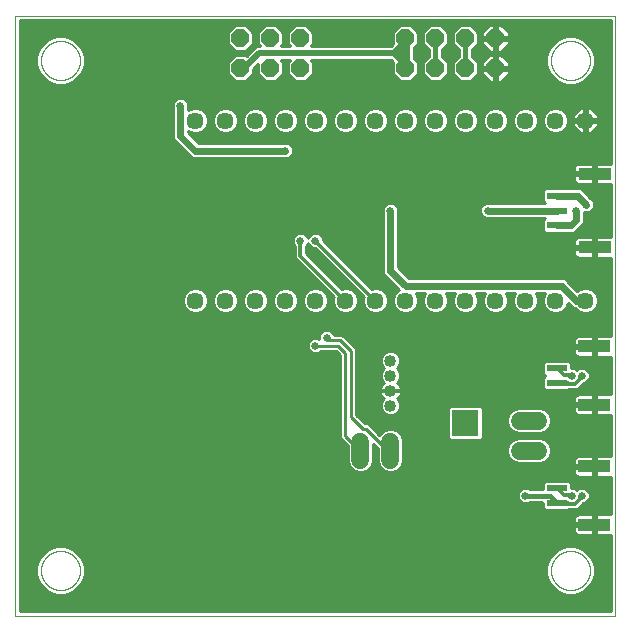
<source format=gbl>
G75*
%MOIN*%
%OFA0B0*%
%FSLAX25Y25*%
%IPPOS*%
%LPD*%
%AMOC8*
5,1,8,0,0,1.08239X$1,22.5*
%
%ADD10C,0.00300*%
%ADD11C,0.04000*%
%ADD12C,0.06000*%
%ADD13C,0.00000*%
%ADD14R,0.09000X0.09000*%
%ADD15OC8,0.06000*%
%ADD16C,0.05700*%
%ADD17R,0.06693X0.02362*%
%ADD18R,0.10630X0.03937*%
%ADD19C,0.01000*%
%ADD20C,0.02578*%
%ADD21C,0.02400*%
%ADD22C,0.01200*%
%ADD23C,0.01600*%
%ADD24C,0.03200*%
%ADD25C,0.02000*%
D10*
X0270000Y0430000D02*
X0270000Y0630000D01*
X0470000Y0630000D01*
X0470000Y0430000D01*
X0270000Y0430000D01*
D11*
X0395000Y0500000D03*
X0395000Y0505000D03*
X0395000Y0510000D03*
X0395000Y0515000D03*
D12*
X0395000Y0488000D02*
X0395000Y0482000D01*
X0385000Y0482000D02*
X0385000Y0488000D01*
X0438250Y0485000D02*
X0444250Y0485000D01*
X0444250Y0495000D02*
X0438250Y0495000D01*
D13*
X0448500Y0445000D02*
X0448502Y0445161D01*
X0448508Y0445321D01*
X0448518Y0445482D01*
X0448532Y0445642D01*
X0448550Y0445802D01*
X0448571Y0445961D01*
X0448597Y0446120D01*
X0448627Y0446278D01*
X0448660Y0446435D01*
X0448698Y0446592D01*
X0448739Y0446747D01*
X0448784Y0446901D01*
X0448833Y0447054D01*
X0448886Y0447206D01*
X0448942Y0447357D01*
X0449003Y0447506D01*
X0449066Y0447654D01*
X0449134Y0447800D01*
X0449205Y0447944D01*
X0449279Y0448086D01*
X0449357Y0448227D01*
X0449439Y0448365D01*
X0449524Y0448502D01*
X0449612Y0448636D01*
X0449704Y0448768D01*
X0449799Y0448898D01*
X0449897Y0449026D01*
X0449998Y0449151D01*
X0450102Y0449273D01*
X0450209Y0449393D01*
X0450319Y0449510D01*
X0450432Y0449625D01*
X0450548Y0449736D01*
X0450667Y0449845D01*
X0450788Y0449950D01*
X0450912Y0450053D01*
X0451038Y0450153D01*
X0451166Y0450249D01*
X0451297Y0450342D01*
X0451431Y0450432D01*
X0451566Y0450519D01*
X0451704Y0450602D01*
X0451843Y0450682D01*
X0451985Y0450758D01*
X0452128Y0450831D01*
X0452273Y0450900D01*
X0452420Y0450966D01*
X0452568Y0451028D01*
X0452718Y0451086D01*
X0452869Y0451141D01*
X0453022Y0451192D01*
X0453176Y0451239D01*
X0453331Y0451282D01*
X0453487Y0451321D01*
X0453643Y0451357D01*
X0453801Y0451388D01*
X0453959Y0451416D01*
X0454118Y0451440D01*
X0454278Y0451460D01*
X0454438Y0451476D01*
X0454598Y0451488D01*
X0454759Y0451496D01*
X0454920Y0451500D01*
X0455080Y0451500D01*
X0455241Y0451496D01*
X0455402Y0451488D01*
X0455562Y0451476D01*
X0455722Y0451460D01*
X0455882Y0451440D01*
X0456041Y0451416D01*
X0456199Y0451388D01*
X0456357Y0451357D01*
X0456513Y0451321D01*
X0456669Y0451282D01*
X0456824Y0451239D01*
X0456978Y0451192D01*
X0457131Y0451141D01*
X0457282Y0451086D01*
X0457432Y0451028D01*
X0457580Y0450966D01*
X0457727Y0450900D01*
X0457872Y0450831D01*
X0458015Y0450758D01*
X0458157Y0450682D01*
X0458296Y0450602D01*
X0458434Y0450519D01*
X0458569Y0450432D01*
X0458703Y0450342D01*
X0458834Y0450249D01*
X0458962Y0450153D01*
X0459088Y0450053D01*
X0459212Y0449950D01*
X0459333Y0449845D01*
X0459452Y0449736D01*
X0459568Y0449625D01*
X0459681Y0449510D01*
X0459791Y0449393D01*
X0459898Y0449273D01*
X0460002Y0449151D01*
X0460103Y0449026D01*
X0460201Y0448898D01*
X0460296Y0448768D01*
X0460388Y0448636D01*
X0460476Y0448502D01*
X0460561Y0448365D01*
X0460643Y0448227D01*
X0460721Y0448086D01*
X0460795Y0447944D01*
X0460866Y0447800D01*
X0460934Y0447654D01*
X0460997Y0447506D01*
X0461058Y0447357D01*
X0461114Y0447206D01*
X0461167Y0447054D01*
X0461216Y0446901D01*
X0461261Y0446747D01*
X0461302Y0446592D01*
X0461340Y0446435D01*
X0461373Y0446278D01*
X0461403Y0446120D01*
X0461429Y0445961D01*
X0461450Y0445802D01*
X0461468Y0445642D01*
X0461482Y0445482D01*
X0461492Y0445321D01*
X0461498Y0445161D01*
X0461500Y0445000D01*
X0461498Y0444839D01*
X0461492Y0444679D01*
X0461482Y0444518D01*
X0461468Y0444358D01*
X0461450Y0444198D01*
X0461429Y0444039D01*
X0461403Y0443880D01*
X0461373Y0443722D01*
X0461340Y0443565D01*
X0461302Y0443408D01*
X0461261Y0443253D01*
X0461216Y0443099D01*
X0461167Y0442946D01*
X0461114Y0442794D01*
X0461058Y0442643D01*
X0460997Y0442494D01*
X0460934Y0442346D01*
X0460866Y0442200D01*
X0460795Y0442056D01*
X0460721Y0441914D01*
X0460643Y0441773D01*
X0460561Y0441635D01*
X0460476Y0441498D01*
X0460388Y0441364D01*
X0460296Y0441232D01*
X0460201Y0441102D01*
X0460103Y0440974D01*
X0460002Y0440849D01*
X0459898Y0440727D01*
X0459791Y0440607D01*
X0459681Y0440490D01*
X0459568Y0440375D01*
X0459452Y0440264D01*
X0459333Y0440155D01*
X0459212Y0440050D01*
X0459088Y0439947D01*
X0458962Y0439847D01*
X0458834Y0439751D01*
X0458703Y0439658D01*
X0458569Y0439568D01*
X0458434Y0439481D01*
X0458296Y0439398D01*
X0458157Y0439318D01*
X0458015Y0439242D01*
X0457872Y0439169D01*
X0457727Y0439100D01*
X0457580Y0439034D01*
X0457432Y0438972D01*
X0457282Y0438914D01*
X0457131Y0438859D01*
X0456978Y0438808D01*
X0456824Y0438761D01*
X0456669Y0438718D01*
X0456513Y0438679D01*
X0456357Y0438643D01*
X0456199Y0438612D01*
X0456041Y0438584D01*
X0455882Y0438560D01*
X0455722Y0438540D01*
X0455562Y0438524D01*
X0455402Y0438512D01*
X0455241Y0438504D01*
X0455080Y0438500D01*
X0454920Y0438500D01*
X0454759Y0438504D01*
X0454598Y0438512D01*
X0454438Y0438524D01*
X0454278Y0438540D01*
X0454118Y0438560D01*
X0453959Y0438584D01*
X0453801Y0438612D01*
X0453643Y0438643D01*
X0453487Y0438679D01*
X0453331Y0438718D01*
X0453176Y0438761D01*
X0453022Y0438808D01*
X0452869Y0438859D01*
X0452718Y0438914D01*
X0452568Y0438972D01*
X0452420Y0439034D01*
X0452273Y0439100D01*
X0452128Y0439169D01*
X0451985Y0439242D01*
X0451843Y0439318D01*
X0451704Y0439398D01*
X0451566Y0439481D01*
X0451431Y0439568D01*
X0451297Y0439658D01*
X0451166Y0439751D01*
X0451038Y0439847D01*
X0450912Y0439947D01*
X0450788Y0440050D01*
X0450667Y0440155D01*
X0450548Y0440264D01*
X0450432Y0440375D01*
X0450319Y0440490D01*
X0450209Y0440607D01*
X0450102Y0440727D01*
X0449998Y0440849D01*
X0449897Y0440974D01*
X0449799Y0441102D01*
X0449704Y0441232D01*
X0449612Y0441364D01*
X0449524Y0441498D01*
X0449439Y0441635D01*
X0449357Y0441773D01*
X0449279Y0441914D01*
X0449205Y0442056D01*
X0449134Y0442200D01*
X0449066Y0442346D01*
X0449003Y0442494D01*
X0448942Y0442643D01*
X0448886Y0442794D01*
X0448833Y0442946D01*
X0448784Y0443099D01*
X0448739Y0443253D01*
X0448698Y0443408D01*
X0448660Y0443565D01*
X0448627Y0443722D01*
X0448597Y0443880D01*
X0448571Y0444039D01*
X0448550Y0444198D01*
X0448532Y0444358D01*
X0448518Y0444518D01*
X0448508Y0444679D01*
X0448502Y0444839D01*
X0448500Y0445000D01*
X0448500Y0615000D02*
X0448502Y0615161D01*
X0448508Y0615321D01*
X0448518Y0615482D01*
X0448532Y0615642D01*
X0448550Y0615802D01*
X0448571Y0615961D01*
X0448597Y0616120D01*
X0448627Y0616278D01*
X0448660Y0616435D01*
X0448698Y0616592D01*
X0448739Y0616747D01*
X0448784Y0616901D01*
X0448833Y0617054D01*
X0448886Y0617206D01*
X0448942Y0617357D01*
X0449003Y0617506D01*
X0449066Y0617654D01*
X0449134Y0617800D01*
X0449205Y0617944D01*
X0449279Y0618086D01*
X0449357Y0618227D01*
X0449439Y0618365D01*
X0449524Y0618502D01*
X0449612Y0618636D01*
X0449704Y0618768D01*
X0449799Y0618898D01*
X0449897Y0619026D01*
X0449998Y0619151D01*
X0450102Y0619273D01*
X0450209Y0619393D01*
X0450319Y0619510D01*
X0450432Y0619625D01*
X0450548Y0619736D01*
X0450667Y0619845D01*
X0450788Y0619950D01*
X0450912Y0620053D01*
X0451038Y0620153D01*
X0451166Y0620249D01*
X0451297Y0620342D01*
X0451431Y0620432D01*
X0451566Y0620519D01*
X0451704Y0620602D01*
X0451843Y0620682D01*
X0451985Y0620758D01*
X0452128Y0620831D01*
X0452273Y0620900D01*
X0452420Y0620966D01*
X0452568Y0621028D01*
X0452718Y0621086D01*
X0452869Y0621141D01*
X0453022Y0621192D01*
X0453176Y0621239D01*
X0453331Y0621282D01*
X0453487Y0621321D01*
X0453643Y0621357D01*
X0453801Y0621388D01*
X0453959Y0621416D01*
X0454118Y0621440D01*
X0454278Y0621460D01*
X0454438Y0621476D01*
X0454598Y0621488D01*
X0454759Y0621496D01*
X0454920Y0621500D01*
X0455080Y0621500D01*
X0455241Y0621496D01*
X0455402Y0621488D01*
X0455562Y0621476D01*
X0455722Y0621460D01*
X0455882Y0621440D01*
X0456041Y0621416D01*
X0456199Y0621388D01*
X0456357Y0621357D01*
X0456513Y0621321D01*
X0456669Y0621282D01*
X0456824Y0621239D01*
X0456978Y0621192D01*
X0457131Y0621141D01*
X0457282Y0621086D01*
X0457432Y0621028D01*
X0457580Y0620966D01*
X0457727Y0620900D01*
X0457872Y0620831D01*
X0458015Y0620758D01*
X0458157Y0620682D01*
X0458296Y0620602D01*
X0458434Y0620519D01*
X0458569Y0620432D01*
X0458703Y0620342D01*
X0458834Y0620249D01*
X0458962Y0620153D01*
X0459088Y0620053D01*
X0459212Y0619950D01*
X0459333Y0619845D01*
X0459452Y0619736D01*
X0459568Y0619625D01*
X0459681Y0619510D01*
X0459791Y0619393D01*
X0459898Y0619273D01*
X0460002Y0619151D01*
X0460103Y0619026D01*
X0460201Y0618898D01*
X0460296Y0618768D01*
X0460388Y0618636D01*
X0460476Y0618502D01*
X0460561Y0618365D01*
X0460643Y0618227D01*
X0460721Y0618086D01*
X0460795Y0617944D01*
X0460866Y0617800D01*
X0460934Y0617654D01*
X0460997Y0617506D01*
X0461058Y0617357D01*
X0461114Y0617206D01*
X0461167Y0617054D01*
X0461216Y0616901D01*
X0461261Y0616747D01*
X0461302Y0616592D01*
X0461340Y0616435D01*
X0461373Y0616278D01*
X0461403Y0616120D01*
X0461429Y0615961D01*
X0461450Y0615802D01*
X0461468Y0615642D01*
X0461482Y0615482D01*
X0461492Y0615321D01*
X0461498Y0615161D01*
X0461500Y0615000D01*
X0461498Y0614839D01*
X0461492Y0614679D01*
X0461482Y0614518D01*
X0461468Y0614358D01*
X0461450Y0614198D01*
X0461429Y0614039D01*
X0461403Y0613880D01*
X0461373Y0613722D01*
X0461340Y0613565D01*
X0461302Y0613408D01*
X0461261Y0613253D01*
X0461216Y0613099D01*
X0461167Y0612946D01*
X0461114Y0612794D01*
X0461058Y0612643D01*
X0460997Y0612494D01*
X0460934Y0612346D01*
X0460866Y0612200D01*
X0460795Y0612056D01*
X0460721Y0611914D01*
X0460643Y0611773D01*
X0460561Y0611635D01*
X0460476Y0611498D01*
X0460388Y0611364D01*
X0460296Y0611232D01*
X0460201Y0611102D01*
X0460103Y0610974D01*
X0460002Y0610849D01*
X0459898Y0610727D01*
X0459791Y0610607D01*
X0459681Y0610490D01*
X0459568Y0610375D01*
X0459452Y0610264D01*
X0459333Y0610155D01*
X0459212Y0610050D01*
X0459088Y0609947D01*
X0458962Y0609847D01*
X0458834Y0609751D01*
X0458703Y0609658D01*
X0458569Y0609568D01*
X0458434Y0609481D01*
X0458296Y0609398D01*
X0458157Y0609318D01*
X0458015Y0609242D01*
X0457872Y0609169D01*
X0457727Y0609100D01*
X0457580Y0609034D01*
X0457432Y0608972D01*
X0457282Y0608914D01*
X0457131Y0608859D01*
X0456978Y0608808D01*
X0456824Y0608761D01*
X0456669Y0608718D01*
X0456513Y0608679D01*
X0456357Y0608643D01*
X0456199Y0608612D01*
X0456041Y0608584D01*
X0455882Y0608560D01*
X0455722Y0608540D01*
X0455562Y0608524D01*
X0455402Y0608512D01*
X0455241Y0608504D01*
X0455080Y0608500D01*
X0454920Y0608500D01*
X0454759Y0608504D01*
X0454598Y0608512D01*
X0454438Y0608524D01*
X0454278Y0608540D01*
X0454118Y0608560D01*
X0453959Y0608584D01*
X0453801Y0608612D01*
X0453643Y0608643D01*
X0453487Y0608679D01*
X0453331Y0608718D01*
X0453176Y0608761D01*
X0453022Y0608808D01*
X0452869Y0608859D01*
X0452718Y0608914D01*
X0452568Y0608972D01*
X0452420Y0609034D01*
X0452273Y0609100D01*
X0452128Y0609169D01*
X0451985Y0609242D01*
X0451843Y0609318D01*
X0451704Y0609398D01*
X0451566Y0609481D01*
X0451431Y0609568D01*
X0451297Y0609658D01*
X0451166Y0609751D01*
X0451038Y0609847D01*
X0450912Y0609947D01*
X0450788Y0610050D01*
X0450667Y0610155D01*
X0450548Y0610264D01*
X0450432Y0610375D01*
X0450319Y0610490D01*
X0450209Y0610607D01*
X0450102Y0610727D01*
X0449998Y0610849D01*
X0449897Y0610974D01*
X0449799Y0611102D01*
X0449704Y0611232D01*
X0449612Y0611364D01*
X0449524Y0611498D01*
X0449439Y0611635D01*
X0449357Y0611773D01*
X0449279Y0611914D01*
X0449205Y0612056D01*
X0449134Y0612200D01*
X0449066Y0612346D01*
X0449003Y0612494D01*
X0448942Y0612643D01*
X0448886Y0612794D01*
X0448833Y0612946D01*
X0448784Y0613099D01*
X0448739Y0613253D01*
X0448698Y0613408D01*
X0448660Y0613565D01*
X0448627Y0613722D01*
X0448597Y0613880D01*
X0448571Y0614039D01*
X0448550Y0614198D01*
X0448532Y0614358D01*
X0448518Y0614518D01*
X0448508Y0614679D01*
X0448502Y0614839D01*
X0448500Y0615000D01*
X0278500Y0615000D02*
X0278502Y0615161D01*
X0278508Y0615321D01*
X0278518Y0615482D01*
X0278532Y0615642D01*
X0278550Y0615802D01*
X0278571Y0615961D01*
X0278597Y0616120D01*
X0278627Y0616278D01*
X0278660Y0616435D01*
X0278698Y0616592D01*
X0278739Y0616747D01*
X0278784Y0616901D01*
X0278833Y0617054D01*
X0278886Y0617206D01*
X0278942Y0617357D01*
X0279003Y0617506D01*
X0279066Y0617654D01*
X0279134Y0617800D01*
X0279205Y0617944D01*
X0279279Y0618086D01*
X0279357Y0618227D01*
X0279439Y0618365D01*
X0279524Y0618502D01*
X0279612Y0618636D01*
X0279704Y0618768D01*
X0279799Y0618898D01*
X0279897Y0619026D01*
X0279998Y0619151D01*
X0280102Y0619273D01*
X0280209Y0619393D01*
X0280319Y0619510D01*
X0280432Y0619625D01*
X0280548Y0619736D01*
X0280667Y0619845D01*
X0280788Y0619950D01*
X0280912Y0620053D01*
X0281038Y0620153D01*
X0281166Y0620249D01*
X0281297Y0620342D01*
X0281431Y0620432D01*
X0281566Y0620519D01*
X0281704Y0620602D01*
X0281843Y0620682D01*
X0281985Y0620758D01*
X0282128Y0620831D01*
X0282273Y0620900D01*
X0282420Y0620966D01*
X0282568Y0621028D01*
X0282718Y0621086D01*
X0282869Y0621141D01*
X0283022Y0621192D01*
X0283176Y0621239D01*
X0283331Y0621282D01*
X0283487Y0621321D01*
X0283643Y0621357D01*
X0283801Y0621388D01*
X0283959Y0621416D01*
X0284118Y0621440D01*
X0284278Y0621460D01*
X0284438Y0621476D01*
X0284598Y0621488D01*
X0284759Y0621496D01*
X0284920Y0621500D01*
X0285080Y0621500D01*
X0285241Y0621496D01*
X0285402Y0621488D01*
X0285562Y0621476D01*
X0285722Y0621460D01*
X0285882Y0621440D01*
X0286041Y0621416D01*
X0286199Y0621388D01*
X0286357Y0621357D01*
X0286513Y0621321D01*
X0286669Y0621282D01*
X0286824Y0621239D01*
X0286978Y0621192D01*
X0287131Y0621141D01*
X0287282Y0621086D01*
X0287432Y0621028D01*
X0287580Y0620966D01*
X0287727Y0620900D01*
X0287872Y0620831D01*
X0288015Y0620758D01*
X0288157Y0620682D01*
X0288296Y0620602D01*
X0288434Y0620519D01*
X0288569Y0620432D01*
X0288703Y0620342D01*
X0288834Y0620249D01*
X0288962Y0620153D01*
X0289088Y0620053D01*
X0289212Y0619950D01*
X0289333Y0619845D01*
X0289452Y0619736D01*
X0289568Y0619625D01*
X0289681Y0619510D01*
X0289791Y0619393D01*
X0289898Y0619273D01*
X0290002Y0619151D01*
X0290103Y0619026D01*
X0290201Y0618898D01*
X0290296Y0618768D01*
X0290388Y0618636D01*
X0290476Y0618502D01*
X0290561Y0618365D01*
X0290643Y0618227D01*
X0290721Y0618086D01*
X0290795Y0617944D01*
X0290866Y0617800D01*
X0290934Y0617654D01*
X0290997Y0617506D01*
X0291058Y0617357D01*
X0291114Y0617206D01*
X0291167Y0617054D01*
X0291216Y0616901D01*
X0291261Y0616747D01*
X0291302Y0616592D01*
X0291340Y0616435D01*
X0291373Y0616278D01*
X0291403Y0616120D01*
X0291429Y0615961D01*
X0291450Y0615802D01*
X0291468Y0615642D01*
X0291482Y0615482D01*
X0291492Y0615321D01*
X0291498Y0615161D01*
X0291500Y0615000D01*
X0291498Y0614839D01*
X0291492Y0614679D01*
X0291482Y0614518D01*
X0291468Y0614358D01*
X0291450Y0614198D01*
X0291429Y0614039D01*
X0291403Y0613880D01*
X0291373Y0613722D01*
X0291340Y0613565D01*
X0291302Y0613408D01*
X0291261Y0613253D01*
X0291216Y0613099D01*
X0291167Y0612946D01*
X0291114Y0612794D01*
X0291058Y0612643D01*
X0290997Y0612494D01*
X0290934Y0612346D01*
X0290866Y0612200D01*
X0290795Y0612056D01*
X0290721Y0611914D01*
X0290643Y0611773D01*
X0290561Y0611635D01*
X0290476Y0611498D01*
X0290388Y0611364D01*
X0290296Y0611232D01*
X0290201Y0611102D01*
X0290103Y0610974D01*
X0290002Y0610849D01*
X0289898Y0610727D01*
X0289791Y0610607D01*
X0289681Y0610490D01*
X0289568Y0610375D01*
X0289452Y0610264D01*
X0289333Y0610155D01*
X0289212Y0610050D01*
X0289088Y0609947D01*
X0288962Y0609847D01*
X0288834Y0609751D01*
X0288703Y0609658D01*
X0288569Y0609568D01*
X0288434Y0609481D01*
X0288296Y0609398D01*
X0288157Y0609318D01*
X0288015Y0609242D01*
X0287872Y0609169D01*
X0287727Y0609100D01*
X0287580Y0609034D01*
X0287432Y0608972D01*
X0287282Y0608914D01*
X0287131Y0608859D01*
X0286978Y0608808D01*
X0286824Y0608761D01*
X0286669Y0608718D01*
X0286513Y0608679D01*
X0286357Y0608643D01*
X0286199Y0608612D01*
X0286041Y0608584D01*
X0285882Y0608560D01*
X0285722Y0608540D01*
X0285562Y0608524D01*
X0285402Y0608512D01*
X0285241Y0608504D01*
X0285080Y0608500D01*
X0284920Y0608500D01*
X0284759Y0608504D01*
X0284598Y0608512D01*
X0284438Y0608524D01*
X0284278Y0608540D01*
X0284118Y0608560D01*
X0283959Y0608584D01*
X0283801Y0608612D01*
X0283643Y0608643D01*
X0283487Y0608679D01*
X0283331Y0608718D01*
X0283176Y0608761D01*
X0283022Y0608808D01*
X0282869Y0608859D01*
X0282718Y0608914D01*
X0282568Y0608972D01*
X0282420Y0609034D01*
X0282273Y0609100D01*
X0282128Y0609169D01*
X0281985Y0609242D01*
X0281843Y0609318D01*
X0281704Y0609398D01*
X0281566Y0609481D01*
X0281431Y0609568D01*
X0281297Y0609658D01*
X0281166Y0609751D01*
X0281038Y0609847D01*
X0280912Y0609947D01*
X0280788Y0610050D01*
X0280667Y0610155D01*
X0280548Y0610264D01*
X0280432Y0610375D01*
X0280319Y0610490D01*
X0280209Y0610607D01*
X0280102Y0610727D01*
X0279998Y0610849D01*
X0279897Y0610974D01*
X0279799Y0611102D01*
X0279704Y0611232D01*
X0279612Y0611364D01*
X0279524Y0611498D01*
X0279439Y0611635D01*
X0279357Y0611773D01*
X0279279Y0611914D01*
X0279205Y0612056D01*
X0279134Y0612200D01*
X0279066Y0612346D01*
X0279003Y0612494D01*
X0278942Y0612643D01*
X0278886Y0612794D01*
X0278833Y0612946D01*
X0278784Y0613099D01*
X0278739Y0613253D01*
X0278698Y0613408D01*
X0278660Y0613565D01*
X0278627Y0613722D01*
X0278597Y0613880D01*
X0278571Y0614039D01*
X0278550Y0614198D01*
X0278532Y0614358D01*
X0278518Y0614518D01*
X0278508Y0614679D01*
X0278502Y0614839D01*
X0278500Y0615000D01*
X0278500Y0445000D02*
X0278502Y0445161D01*
X0278508Y0445321D01*
X0278518Y0445482D01*
X0278532Y0445642D01*
X0278550Y0445802D01*
X0278571Y0445961D01*
X0278597Y0446120D01*
X0278627Y0446278D01*
X0278660Y0446435D01*
X0278698Y0446592D01*
X0278739Y0446747D01*
X0278784Y0446901D01*
X0278833Y0447054D01*
X0278886Y0447206D01*
X0278942Y0447357D01*
X0279003Y0447506D01*
X0279066Y0447654D01*
X0279134Y0447800D01*
X0279205Y0447944D01*
X0279279Y0448086D01*
X0279357Y0448227D01*
X0279439Y0448365D01*
X0279524Y0448502D01*
X0279612Y0448636D01*
X0279704Y0448768D01*
X0279799Y0448898D01*
X0279897Y0449026D01*
X0279998Y0449151D01*
X0280102Y0449273D01*
X0280209Y0449393D01*
X0280319Y0449510D01*
X0280432Y0449625D01*
X0280548Y0449736D01*
X0280667Y0449845D01*
X0280788Y0449950D01*
X0280912Y0450053D01*
X0281038Y0450153D01*
X0281166Y0450249D01*
X0281297Y0450342D01*
X0281431Y0450432D01*
X0281566Y0450519D01*
X0281704Y0450602D01*
X0281843Y0450682D01*
X0281985Y0450758D01*
X0282128Y0450831D01*
X0282273Y0450900D01*
X0282420Y0450966D01*
X0282568Y0451028D01*
X0282718Y0451086D01*
X0282869Y0451141D01*
X0283022Y0451192D01*
X0283176Y0451239D01*
X0283331Y0451282D01*
X0283487Y0451321D01*
X0283643Y0451357D01*
X0283801Y0451388D01*
X0283959Y0451416D01*
X0284118Y0451440D01*
X0284278Y0451460D01*
X0284438Y0451476D01*
X0284598Y0451488D01*
X0284759Y0451496D01*
X0284920Y0451500D01*
X0285080Y0451500D01*
X0285241Y0451496D01*
X0285402Y0451488D01*
X0285562Y0451476D01*
X0285722Y0451460D01*
X0285882Y0451440D01*
X0286041Y0451416D01*
X0286199Y0451388D01*
X0286357Y0451357D01*
X0286513Y0451321D01*
X0286669Y0451282D01*
X0286824Y0451239D01*
X0286978Y0451192D01*
X0287131Y0451141D01*
X0287282Y0451086D01*
X0287432Y0451028D01*
X0287580Y0450966D01*
X0287727Y0450900D01*
X0287872Y0450831D01*
X0288015Y0450758D01*
X0288157Y0450682D01*
X0288296Y0450602D01*
X0288434Y0450519D01*
X0288569Y0450432D01*
X0288703Y0450342D01*
X0288834Y0450249D01*
X0288962Y0450153D01*
X0289088Y0450053D01*
X0289212Y0449950D01*
X0289333Y0449845D01*
X0289452Y0449736D01*
X0289568Y0449625D01*
X0289681Y0449510D01*
X0289791Y0449393D01*
X0289898Y0449273D01*
X0290002Y0449151D01*
X0290103Y0449026D01*
X0290201Y0448898D01*
X0290296Y0448768D01*
X0290388Y0448636D01*
X0290476Y0448502D01*
X0290561Y0448365D01*
X0290643Y0448227D01*
X0290721Y0448086D01*
X0290795Y0447944D01*
X0290866Y0447800D01*
X0290934Y0447654D01*
X0290997Y0447506D01*
X0291058Y0447357D01*
X0291114Y0447206D01*
X0291167Y0447054D01*
X0291216Y0446901D01*
X0291261Y0446747D01*
X0291302Y0446592D01*
X0291340Y0446435D01*
X0291373Y0446278D01*
X0291403Y0446120D01*
X0291429Y0445961D01*
X0291450Y0445802D01*
X0291468Y0445642D01*
X0291482Y0445482D01*
X0291492Y0445321D01*
X0291498Y0445161D01*
X0291500Y0445000D01*
X0291498Y0444839D01*
X0291492Y0444679D01*
X0291482Y0444518D01*
X0291468Y0444358D01*
X0291450Y0444198D01*
X0291429Y0444039D01*
X0291403Y0443880D01*
X0291373Y0443722D01*
X0291340Y0443565D01*
X0291302Y0443408D01*
X0291261Y0443253D01*
X0291216Y0443099D01*
X0291167Y0442946D01*
X0291114Y0442794D01*
X0291058Y0442643D01*
X0290997Y0442494D01*
X0290934Y0442346D01*
X0290866Y0442200D01*
X0290795Y0442056D01*
X0290721Y0441914D01*
X0290643Y0441773D01*
X0290561Y0441635D01*
X0290476Y0441498D01*
X0290388Y0441364D01*
X0290296Y0441232D01*
X0290201Y0441102D01*
X0290103Y0440974D01*
X0290002Y0440849D01*
X0289898Y0440727D01*
X0289791Y0440607D01*
X0289681Y0440490D01*
X0289568Y0440375D01*
X0289452Y0440264D01*
X0289333Y0440155D01*
X0289212Y0440050D01*
X0289088Y0439947D01*
X0288962Y0439847D01*
X0288834Y0439751D01*
X0288703Y0439658D01*
X0288569Y0439568D01*
X0288434Y0439481D01*
X0288296Y0439398D01*
X0288157Y0439318D01*
X0288015Y0439242D01*
X0287872Y0439169D01*
X0287727Y0439100D01*
X0287580Y0439034D01*
X0287432Y0438972D01*
X0287282Y0438914D01*
X0287131Y0438859D01*
X0286978Y0438808D01*
X0286824Y0438761D01*
X0286669Y0438718D01*
X0286513Y0438679D01*
X0286357Y0438643D01*
X0286199Y0438612D01*
X0286041Y0438584D01*
X0285882Y0438560D01*
X0285722Y0438540D01*
X0285562Y0438524D01*
X0285402Y0438512D01*
X0285241Y0438504D01*
X0285080Y0438500D01*
X0284920Y0438500D01*
X0284759Y0438504D01*
X0284598Y0438512D01*
X0284438Y0438524D01*
X0284278Y0438540D01*
X0284118Y0438560D01*
X0283959Y0438584D01*
X0283801Y0438612D01*
X0283643Y0438643D01*
X0283487Y0438679D01*
X0283331Y0438718D01*
X0283176Y0438761D01*
X0283022Y0438808D01*
X0282869Y0438859D01*
X0282718Y0438914D01*
X0282568Y0438972D01*
X0282420Y0439034D01*
X0282273Y0439100D01*
X0282128Y0439169D01*
X0281985Y0439242D01*
X0281843Y0439318D01*
X0281704Y0439398D01*
X0281566Y0439481D01*
X0281431Y0439568D01*
X0281297Y0439658D01*
X0281166Y0439751D01*
X0281038Y0439847D01*
X0280912Y0439947D01*
X0280788Y0440050D01*
X0280667Y0440155D01*
X0280548Y0440264D01*
X0280432Y0440375D01*
X0280319Y0440490D01*
X0280209Y0440607D01*
X0280102Y0440727D01*
X0279998Y0440849D01*
X0279897Y0440974D01*
X0279799Y0441102D01*
X0279704Y0441232D01*
X0279612Y0441364D01*
X0279524Y0441498D01*
X0279439Y0441635D01*
X0279357Y0441773D01*
X0279279Y0441914D01*
X0279205Y0442056D01*
X0279134Y0442200D01*
X0279066Y0442346D01*
X0279003Y0442494D01*
X0278942Y0442643D01*
X0278886Y0442794D01*
X0278833Y0442946D01*
X0278784Y0443099D01*
X0278739Y0443253D01*
X0278698Y0443408D01*
X0278660Y0443565D01*
X0278627Y0443722D01*
X0278597Y0443880D01*
X0278571Y0444039D01*
X0278550Y0444198D01*
X0278532Y0444358D01*
X0278518Y0444518D01*
X0278508Y0444679D01*
X0278502Y0444839D01*
X0278500Y0445000D01*
D14*
X0420000Y0494150D03*
X0420000Y0515850D03*
D15*
X0420000Y0612500D03*
X0420000Y0622500D03*
X0410000Y0622500D03*
X0410000Y0612500D03*
X0400000Y0612500D03*
X0400000Y0622500D03*
X0430000Y0622500D03*
X0430000Y0612500D03*
X0365000Y0612500D03*
X0365000Y0622500D03*
X0355000Y0622500D03*
X0355000Y0612500D03*
X0345000Y0612500D03*
X0345000Y0622500D03*
D16*
X0340000Y0595000D03*
X0350000Y0595000D03*
X0360000Y0595000D03*
X0370000Y0595000D03*
X0380000Y0595000D03*
X0390000Y0595000D03*
X0400000Y0595000D03*
X0410000Y0595000D03*
X0420000Y0595000D03*
X0430000Y0595000D03*
X0440000Y0595000D03*
X0450000Y0595000D03*
X0460000Y0595000D03*
X0460000Y0535000D03*
X0450000Y0535000D03*
X0440000Y0535000D03*
X0430000Y0535000D03*
X0420000Y0535000D03*
X0410000Y0535000D03*
X0400000Y0535000D03*
X0390000Y0535000D03*
X0380000Y0535000D03*
X0370000Y0535000D03*
X0360000Y0535000D03*
X0350000Y0535000D03*
X0340000Y0535000D03*
X0330000Y0535000D03*
X0330000Y0595000D03*
D17*
X0450529Y0569921D03*
X0450529Y0565000D03*
X0450529Y0560079D03*
X0450404Y0512461D03*
X0450404Y0507539D03*
X0450404Y0472461D03*
X0450404Y0467539D03*
D18*
X0463002Y0460256D03*
X0463002Y0479744D03*
X0463002Y0500256D03*
X0463002Y0519744D03*
X0463127Y0552795D03*
X0463127Y0577205D03*
D19*
X0462643Y0577147D02*
X0271650Y0577147D01*
X0271650Y0578145D02*
X0456312Y0578145D01*
X0456312Y0577689D02*
X0462643Y0577689D01*
X0462643Y0580673D01*
X0457615Y0580673D01*
X0457233Y0580571D01*
X0456891Y0580374D01*
X0456612Y0580094D01*
X0456414Y0579752D01*
X0456312Y0579371D01*
X0456312Y0577689D01*
X0456312Y0576720D02*
X0456312Y0575039D01*
X0456414Y0574657D01*
X0456612Y0574315D01*
X0456891Y0574036D01*
X0457233Y0573838D01*
X0457615Y0573736D01*
X0462643Y0573736D01*
X0462643Y0576720D01*
X0463611Y0576720D01*
X0463611Y0573736D01*
X0468350Y0573736D01*
X0468350Y0556264D01*
X0463611Y0556264D01*
X0463611Y0553280D01*
X0462643Y0553280D01*
X0462643Y0556264D01*
X0457615Y0556264D01*
X0457233Y0556162D01*
X0456891Y0555964D01*
X0456612Y0555685D01*
X0456414Y0555343D01*
X0456312Y0554961D01*
X0456312Y0553280D01*
X0462643Y0553280D01*
X0462643Y0552311D01*
X0463611Y0552311D01*
X0463611Y0549327D01*
X0468350Y0549327D01*
X0468350Y0523213D01*
X0463486Y0523213D01*
X0463486Y0520228D01*
X0462518Y0520228D01*
X0462518Y0519260D01*
X0463486Y0519260D01*
X0463486Y0516276D01*
X0468350Y0516276D01*
X0468350Y0503724D01*
X0463486Y0503724D01*
X0463486Y0500740D01*
X0462518Y0500740D01*
X0462518Y0503724D01*
X0457490Y0503724D01*
X0457108Y0503622D01*
X0456766Y0503425D01*
X0456487Y0503145D01*
X0456289Y0502803D01*
X0456187Y0502422D01*
X0456187Y0500740D01*
X0462518Y0500740D01*
X0462518Y0499772D01*
X0456187Y0499772D01*
X0456187Y0498090D01*
X0456289Y0497708D01*
X0456487Y0497366D01*
X0456766Y0497087D01*
X0457108Y0496890D01*
X0457490Y0496787D01*
X0462518Y0496787D01*
X0462518Y0499772D01*
X0463486Y0499772D01*
X0463486Y0496787D01*
X0468350Y0496787D01*
X0468350Y0483213D01*
X0463486Y0483213D01*
X0463486Y0480228D01*
X0462518Y0480228D01*
X0462518Y0479260D01*
X0463486Y0479260D01*
X0463486Y0476276D01*
X0468350Y0476276D01*
X0468350Y0463724D01*
X0463486Y0463724D01*
X0463486Y0460740D01*
X0462518Y0460740D01*
X0462518Y0463724D01*
X0457490Y0463724D01*
X0457108Y0463622D01*
X0456766Y0463425D01*
X0456487Y0463145D01*
X0456289Y0462803D01*
X0456187Y0462422D01*
X0456187Y0460740D01*
X0462518Y0460740D01*
X0462518Y0459772D01*
X0456187Y0459772D01*
X0456187Y0458090D01*
X0456289Y0457708D01*
X0456487Y0457366D01*
X0456766Y0457087D01*
X0457108Y0456890D01*
X0457490Y0456787D01*
X0462518Y0456787D01*
X0462518Y0459772D01*
X0463486Y0459772D01*
X0463486Y0456787D01*
X0468350Y0456787D01*
X0468350Y0431650D01*
X0271650Y0431650D01*
X0271650Y0628350D01*
X0468350Y0628350D01*
X0468350Y0580673D01*
X0463611Y0580673D01*
X0463611Y0577689D01*
X0462643Y0577689D01*
X0462643Y0576720D01*
X0456312Y0576720D01*
X0456312Y0576148D02*
X0271650Y0576148D01*
X0271650Y0575150D02*
X0456312Y0575150D01*
X0456775Y0574151D02*
X0271650Y0574151D01*
X0271650Y0573153D02*
X0468350Y0573153D01*
X0468350Y0572154D02*
X0458509Y0572154D01*
X0458784Y0572041D02*
X0457865Y0572421D01*
X0450031Y0572421D01*
X0449986Y0572402D01*
X0446644Y0572402D01*
X0445882Y0571641D01*
X0445882Y0568202D01*
X0446584Y0567500D01*
X0428230Y0567500D01*
X0428015Y0567589D01*
X0426985Y0567589D01*
X0426033Y0567195D01*
X0425305Y0566467D01*
X0424911Y0565515D01*
X0424911Y0564485D01*
X0425305Y0563533D01*
X0426033Y0562805D01*
X0426985Y0562411D01*
X0428015Y0562411D01*
X0428230Y0562500D01*
X0446584Y0562500D01*
X0445882Y0561798D01*
X0445882Y0558359D01*
X0446644Y0557598D01*
X0449986Y0557598D01*
X0450031Y0557579D01*
X0455576Y0557579D01*
X0456495Y0557959D01*
X0457198Y0558663D01*
X0459119Y0560584D01*
X0459500Y0561503D01*
X0459500Y0564270D01*
X0459589Y0564485D01*
X0459589Y0564488D01*
X0459774Y0564411D01*
X0460804Y0564411D01*
X0461756Y0564805D01*
X0462484Y0565533D01*
X0462878Y0566485D01*
X0462878Y0567515D01*
X0462484Y0568467D01*
X0461756Y0569195D01*
X0461541Y0569284D01*
X0458784Y0572041D01*
X0459669Y0571156D02*
X0468350Y0571156D01*
X0468350Y0570157D02*
X0460667Y0570157D01*
X0461791Y0569159D02*
X0468350Y0569159D01*
X0468350Y0568160D02*
X0462611Y0568160D01*
X0462878Y0567162D02*
X0468350Y0567162D01*
X0468350Y0566163D02*
X0462745Y0566163D01*
X0462115Y0565165D02*
X0468350Y0565165D01*
X0468350Y0564166D02*
X0459500Y0564166D01*
X0459500Y0563168D02*
X0468350Y0563168D01*
X0468350Y0562169D02*
X0459500Y0562169D01*
X0459362Y0561171D02*
X0468350Y0561171D01*
X0468350Y0560172D02*
X0458708Y0560172D01*
X0457709Y0559174D02*
X0468350Y0559174D01*
X0468350Y0558175D02*
X0456711Y0558175D01*
X0457295Y0556178D02*
X0397500Y0556178D01*
X0397500Y0555180D02*
X0456371Y0555180D01*
X0456312Y0554181D02*
X0397500Y0554181D01*
X0397500Y0553183D02*
X0462643Y0553183D01*
X0462643Y0552311D02*
X0456312Y0552311D01*
X0456312Y0550629D01*
X0456414Y0550248D01*
X0456612Y0549906D01*
X0456891Y0549626D01*
X0457233Y0549429D01*
X0457615Y0549327D01*
X0462643Y0549327D01*
X0462643Y0552311D01*
X0462643Y0552184D02*
X0463611Y0552184D01*
X0463611Y0551186D02*
X0462643Y0551186D01*
X0462643Y0550187D02*
X0463611Y0550187D01*
X0463611Y0554181D02*
X0462643Y0554181D01*
X0462643Y0555180D02*
X0463611Y0555180D01*
X0463611Y0556178D02*
X0462643Y0556178D01*
X0468350Y0557177D02*
X0397500Y0557177D01*
X0397500Y0558175D02*
X0446066Y0558175D01*
X0445882Y0559174D02*
X0397500Y0559174D01*
X0397500Y0560172D02*
X0445882Y0560172D01*
X0445882Y0561171D02*
X0397500Y0561171D01*
X0397500Y0562169D02*
X0446253Y0562169D01*
X0445923Y0568160D02*
X0271650Y0568160D01*
X0271650Y0567162D02*
X0393501Y0567162D01*
X0393533Y0567195D02*
X0392805Y0566467D01*
X0392411Y0565515D01*
X0392411Y0564485D01*
X0392500Y0564270D01*
X0392500Y0544503D01*
X0392881Y0543584D01*
X0393584Y0542881D01*
X0397859Y0538605D01*
X0397649Y0538518D01*
X0396482Y0537351D01*
X0395850Y0535825D01*
X0395850Y0534175D01*
X0396482Y0532649D01*
X0397649Y0531482D01*
X0399175Y0530850D01*
X0400825Y0530850D01*
X0402351Y0531482D01*
X0403518Y0532649D01*
X0404150Y0534175D01*
X0404150Y0535825D01*
X0403518Y0537351D01*
X0403469Y0537400D01*
X0406531Y0537400D01*
X0406482Y0537351D01*
X0405850Y0535825D01*
X0405850Y0534175D01*
X0406482Y0532649D01*
X0407649Y0531482D01*
X0409175Y0530850D01*
X0410825Y0530850D01*
X0412351Y0531482D01*
X0413518Y0532649D01*
X0414150Y0534175D01*
X0414150Y0535825D01*
X0413518Y0537351D01*
X0413469Y0537400D01*
X0416531Y0537400D01*
X0416482Y0537351D01*
X0415850Y0535825D01*
X0415850Y0534175D01*
X0416482Y0532649D01*
X0417649Y0531482D01*
X0419175Y0530850D01*
X0420825Y0530850D01*
X0422351Y0531482D01*
X0423518Y0532649D01*
X0424150Y0534175D01*
X0424150Y0535825D01*
X0423518Y0537351D01*
X0423469Y0537400D01*
X0426531Y0537400D01*
X0426482Y0537351D01*
X0425850Y0535825D01*
X0425850Y0534175D01*
X0426482Y0532649D01*
X0427649Y0531482D01*
X0429175Y0530850D01*
X0430825Y0530850D01*
X0432351Y0531482D01*
X0433518Y0532649D01*
X0434150Y0534175D01*
X0434150Y0535825D01*
X0433518Y0537351D01*
X0433469Y0537400D01*
X0436531Y0537400D01*
X0436482Y0537351D01*
X0435850Y0535825D01*
X0435850Y0534175D01*
X0436482Y0532649D01*
X0437649Y0531482D01*
X0439175Y0530850D01*
X0440825Y0530850D01*
X0442351Y0531482D01*
X0443518Y0532649D01*
X0444150Y0534175D01*
X0444150Y0535825D01*
X0443518Y0537351D01*
X0443469Y0537400D01*
X0446531Y0537400D01*
X0446482Y0537351D01*
X0445850Y0535825D01*
X0445850Y0534175D01*
X0446482Y0532649D01*
X0447649Y0531482D01*
X0449175Y0530850D01*
X0450825Y0530850D01*
X0452351Y0531482D01*
X0453518Y0532649D01*
X0454150Y0534175D01*
X0454150Y0534244D01*
X0455514Y0532881D01*
X0456432Y0532500D01*
X0456631Y0532500D01*
X0457649Y0531482D01*
X0459175Y0530850D01*
X0460825Y0530850D01*
X0462351Y0531482D01*
X0463518Y0532649D01*
X0464150Y0534175D01*
X0464150Y0535825D01*
X0463518Y0537351D01*
X0462351Y0538518D01*
X0460825Y0539150D01*
X0459175Y0539150D01*
X0457649Y0538518D01*
X0457298Y0538167D01*
X0454149Y0541316D01*
X0453446Y0542019D01*
X0452527Y0542400D01*
X0401136Y0542400D01*
X0397500Y0546036D01*
X0397500Y0564270D01*
X0397589Y0564485D01*
X0397589Y0565515D01*
X0397195Y0566467D01*
X0396467Y0567195D01*
X0395515Y0567589D01*
X0394485Y0567589D01*
X0393533Y0567195D01*
X0392680Y0566163D02*
X0271650Y0566163D01*
X0271650Y0565165D02*
X0392411Y0565165D01*
X0392500Y0564166D02*
X0271650Y0564166D01*
X0271650Y0563168D02*
X0392500Y0563168D01*
X0392500Y0562169D02*
X0271650Y0562169D01*
X0271650Y0561171D02*
X0392500Y0561171D01*
X0392500Y0560172D02*
X0271650Y0560172D01*
X0271650Y0559174D02*
X0392500Y0559174D01*
X0392500Y0558175D02*
X0271650Y0558175D01*
X0271650Y0557177D02*
X0363515Y0557177D01*
X0363533Y0557195D02*
X0362805Y0556467D01*
X0362411Y0555515D01*
X0362411Y0554485D01*
X0362805Y0553533D01*
X0363100Y0553239D01*
X0363100Y0549213D01*
X0376037Y0536276D01*
X0375850Y0535825D01*
X0375850Y0534175D01*
X0376482Y0532649D01*
X0377649Y0531482D01*
X0379175Y0530850D01*
X0380825Y0530850D01*
X0382351Y0531482D01*
X0383518Y0532649D01*
X0384150Y0534175D01*
X0384150Y0535825D01*
X0383518Y0537351D01*
X0382351Y0538518D01*
X0380825Y0539150D01*
X0379175Y0539150D01*
X0378724Y0538963D01*
X0366900Y0550787D01*
X0366900Y0553239D01*
X0367195Y0553533D01*
X0367500Y0554270D01*
X0367805Y0553533D01*
X0368533Y0552805D01*
X0369485Y0552411D01*
X0369902Y0552411D01*
X0386037Y0536276D01*
X0385850Y0535825D01*
X0385850Y0534175D01*
X0386482Y0532649D01*
X0387649Y0531482D01*
X0389175Y0530850D01*
X0390825Y0530850D01*
X0392351Y0531482D01*
X0393518Y0532649D01*
X0394150Y0534175D01*
X0394150Y0535825D01*
X0393518Y0537351D01*
X0392351Y0538518D01*
X0390825Y0539150D01*
X0389175Y0539150D01*
X0388724Y0538963D01*
X0372589Y0555098D01*
X0372589Y0555515D01*
X0372195Y0556467D01*
X0371467Y0557195D01*
X0370515Y0557589D01*
X0369485Y0557589D01*
X0368533Y0557195D01*
X0367805Y0556467D01*
X0367500Y0555730D01*
X0367195Y0556467D01*
X0366467Y0557195D01*
X0365515Y0557589D01*
X0364485Y0557589D01*
X0363533Y0557195D01*
X0362686Y0556178D02*
X0271650Y0556178D01*
X0271650Y0555180D02*
X0362411Y0555180D01*
X0362537Y0554181D02*
X0271650Y0554181D01*
X0271650Y0553183D02*
X0363100Y0553183D01*
X0363100Y0552184D02*
X0271650Y0552184D01*
X0271650Y0551186D02*
X0363100Y0551186D01*
X0363100Y0550187D02*
X0271650Y0550187D01*
X0271650Y0549189D02*
X0363124Y0549189D01*
X0364123Y0548190D02*
X0271650Y0548190D01*
X0271650Y0547192D02*
X0365121Y0547192D01*
X0366120Y0546193D02*
X0271650Y0546193D01*
X0271650Y0545195D02*
X0367118Y0545195D01*
X0368117Y0544196D02*
X0271650Y0544196D01*
X0271650Y0543198D02*
X0369115Y0543198D01*
X0370114Y0542199D02*
X0271650Y0542199D01*
X0271650Y0541201D02*
X0371112Y0541201D01*
X0372111Y0540202D02*
X0271650Y0540202D01*
X0271650Y0539204D02*
X0373109Y0539204D01*
X0372351Y0538518D02*
X0370825Y0539150D01*
X0369175Y0539150D01*
X0367649Y0538518D01*
X0366482Y0537351D01*
X0365850Y0535825D01*
X0365850Y0534175D01*
X0366482Y0532649D01*
X0367649Y0531482D01*
X0369175Y0530850D01*
X0370825Y0530850D01*
X0372351Y0531482D01*
X0373518Y0532649D01*
X0374150Y0534175D01*
X0374150Y0535825D01*
X0373518Y0537351D01*
X0372351Y0538518D01*
X0372664Y0538205D02*
X0374108Y0538205D01*
X0373578Y0537207D02*
X0375106Y0537207D01*
X0376008Y0536208D02*
X0373992Y0536208D01*
X0374150Y0535210D02*
X0375850Y0535210D01*
X0375850Y0534211D02*
X0374150Y0534211D01*
X0373752Y0533212D02*
X0376248Y0533212D01*
X0376917Y0532214D02*
X0373083Y0532214D01*
X0371708Y0531215D02*
X0378292Y0531215D01*
X0381708Y0531215D02*
X0388292Y0531215D01*
X0386917Y0532214D02*
X0383083Y0532214D01*
X0383752Y0533212D02*
X0386248Y0533212D01*
X0385850Y0534211D02*
X0384150Y0534211D01*
X0384150Y0535210D02*
X0385850Y0535210D01*
X0386008Y0536208D02*
X0383992Y0536208D01*
X0383578Y0537207D02*
X0385106Y0537207D01*
X0384108Y0538205D02*
X0382664Y0538205D01*
X0383109Y0539204D02*
X0378483Y0539204D01*
X0377485Y0540202D02*
X0382111Y0540202D01*
X0381112Y0541201D02*
X0376486Y0541201D01*
X0375488Y0542199D02*
X0380114Y0542199D01*
X0379115Y0543198D02*
X0374489Y0543198D01*
X0373491Y0544196D02*
X0378117Y0544196D01*
X0377118Y0545195D02*
X0372492Y0545195D01*
X0371494Y0546193D02*
X0376120Y0546193D01*
X0375121Y0547192D02*
X0370495Y0547192D01*
X0369497Y0548190D02*
X0374123Y0548190D01*
X0373124Y0549189D02*
X0368498Y0549189D01*
X0367500Y0550187D02*
X0372126Y0550187D01*
X0371127Y0551186D02*
X0366900Y0551186D01*
X0366900Y0552184D02*
X0370129Y0552184D01*
X0368156Y0553183D02*
X0366900Y0553183D01*
X0367463Y0554181D02*
X0367537Y0554181D01*
X0367686Y0556178D02*
X0367314Y0556178D01*
X0366485Y0557177D02*
X0368515Y0557177D01*
X0371485Y0557177D02*
X0392500Y0557177D01*
X0392500Y0556178D02*
X0372314Y0556178D01*
X0372589Y0555180D02*
X0392500Y0555180D01*
X0392500Y0554181D02*
X0373506Y0554181D01*
X0374504Y0553183D02*
X0392500Y0553183D01*
X0392500Y0552184D02*
X0375503Y0552184D01*
X0376501Y0551186D02*
X0392500Y0551186D01*
X0392500Y0550187D02*
X0377500Y0550187D01*
X0378498Y0549189D02*
X0392500Y0549189D01*
X0392500Y0548190D02*
X0379497Y0548190D01*
X0380495Y0547192D02*
X0392500Y0547192D01*
X0392500Y0546193D02*
X0381494Y0546193D01*
X0382492Y0545195D02*
X0392500Y0545195D01*
X0392627Y0544196D02*
X0383491Y0544196D01*
X0384489Y0543198D02*
X0393267Y0543198D01*
X0393584Y0542881D02*
X0393584Y0542881D01*
X0394265Y0542199D02*
X0385488Y0542199D01*
X0386486Y0541201D02*
X0395264Y0541201D01*
X0396262Y0540202D02*
X0387485Y0540202D01*
X0388483Y0539204D02*
X0397261Y0539204D01*
X0397336Y0538205D02*
X0392664Y0538205D01*
X0393578Y0537207D02*
X0396422Y0537207D01*
X0396008Y0536208D02*
X0393992Y0536208D01*
X0394150Y0535210D02*
X0395850Y0535210D01*
X0395850Y0534211D02*
X0394150Y0534211D01*
X0393752Y0533212D02*
X0396248Y0533212D01*
X0396917Y0532214D02*
X0393083Y0532214D01*
X0391708Y0531215D02*
X0398292Y0531215D01*
X0401708Y0531215D02*
X0408292Y0531215D01*
X0406917Y0532214D02*
X0403083Y0532214D01*
X0403752Y0533212D02*
X0406248Y0533212D01*
X0405850Y0534211D02*
X0404150Y0534211D01*
X0404150Y0535210D02*
X0405850Y0535210D01*
X0406008Y0536208D02*
X0403992Y0536208D01*
X0403578Y0537207D02*
X0406422Y0537207D01*
X0413578Y0537207D02*
X0416422Y0537207D01*
X0416008Y0536208D02*
X0413992Y0536208D01*
X0414150Y0535210D02*
X0415850Y0535210D01*
X0415850Y0534211D02*
X0414150Y0534211D01*
X0413752Y0533212D02*
X0416248Y0533212D01*
X0416917Y0532214D02*
X0413083Y0532214D01*
X0411708Y0531215D02*
X0418292Y0531215D01*
X0421708Y0531215D02*
X0428292Y0531215D01*
X0426917Y0532214D02*
X0423083Y0532214D01*
X0423752Y0533212D02*
X0426248Y0533212D01*
X0425850Y0534211D02*
X0424150Y0534211D01*
X0424150Y0535210D02*
X0425850Y0535210D01*
X0426008Y0536208D02*
X0423992Y0536208D01*
X0423578Y0537207D02*
X0426422Y0537207D01*
X0433578Y0537207D02*
X0436422Y0537207D01*
X0436008Y0536208D02*
X0433992Y0536208D01*
X0434150Y0535210D02*
X0435850Y0535210D01*
X0435850Y0534211D02*
X0434150Y0534211D01*
X0433752Y0533212D02*
X0436248Y0533212D01*
X0436917Y0532214D02*
X0433083Y0532214D01*
X0431708Y0531215D02*
X0438292Y0531215D01*
X0441708Y0531215D02*
X0448292Y0531215D01*
X0446917Y0532214D02*
X0443083Y0532214D01*
X0443752Y0533212D02*
X0446248Y0533212D01*
X0445850Y0534211D02*
X0444150Y0534211D01*
X0444150Y0535210D02*
X0445850Y0535210D01*
X0446008Y0536208D02*
X0443992Y0536208D01*
X0443578Y0537207D02*
X0446422Y0537207D01*
X0451708Y0531215D02*
X0458292Y0531215D01*
X0456917Y0532214D02*
X0453083Y0532214D01*
X0453752Y0533212D02*
X0455182Y0533212D01*
X0454183Y0534211D02*
X0454150Y0534211D01*
X0457260Y0538205D02*
X0457336Y0538205D01*
X0456262Y0539204D02*
X0468350Y0539204D01*
X0468350Y0540202D02*
X0455263Y0540202D01*
X0454265Y0541201D02*
X0468350Y0541201D01*
X0468350Y0542199D02*
X0453012Y0542199D01*
X0456449Y0550187D02*
X0397500Y0550187D01*
X0397500Y0549189D02*
X0468350Y0549189D01*
X0468350Y0548190D02*
X0397500Y0548190D01*
X0397500Y0547192D02*
X0468350Y0547192D01*
X0468350Y0546193D02*
X0397500Y0546193D01*
X0398341Y0545195D02*
X0468350Y0545195D01*
X0468350Y0544196D02*
X0399339Y0544196D01*
X0400338Y0543198D02*
X0468350Y0543198D01*
X0468350Y0538205D02*
X0462664Y0538205D01*
X0463578Y0537207D02*
X0468350Y0537207D01*
X0468350Y0536208D02*
X0463992Y0536208D01*
X0464150Y0535210D02*
X0468350Y0535210D01*
X0468350Y0534211D02*
X0464150Y0534211D01*
X0463752Y0533212D02*
X0468350Y0533212D01*
X0468350Y0532214D02*
X0463083Y0532214D01*
X0461708Y0531215D02*
X0468350Y0531215D01*
X0468350Y0530217D02*
X0271650Y0530217D01*
X0271650Y0531215D02*
X0328292Y0531215D01*
X0327649Y0531482D02*
X0329175Y0530850D01*
X0330825Y0530850D01*
X0332351Y0531482D01*
X0333518Y0532649D01*
X0334150Y0534175D01*
X0334150Y0535825D01*
X0333518Y0537351D01*
X0332351Y0538518D01*
X0330825Y0539150D01*
X0329175Y0539150D01*
X0327649Y0538518D01*
X0326482Y0537351D01*
X0325850Y0535825D01*
X0325850Y0534175D01*
X0326482Y0532649D01*
X0327649Y0531482D01*
X0326917Y0532214D02*
X0271650Y0532214D01*
X0271650Y0533212D02*
X0326248Y0533212D01*
X0325850Y0534211D02*
X0271650Y0534211D01*
X0271650Y0535210D02*
X0325850Y0535210D01*
X0326008Y0536208D02*
X0271650Y0536208D01*
X0271650Y0537207D02*
X0326422Y0537207D01*
X0327336Y0538205D02*
X0271650Y0538205D01*
X0271650Y0529218D02*
X0468350Y0529218D01*
X0468350Y0528220D02*
X0271650Y0528220D01*
X0271650Y0527221D02*
X0468350Y0527221D01*
X0468350Y0526223D02*
X0271650Y0526223D01*
X0271650Y0525224D02*
X0468350Y0525224D01*
X0468350Y0524226D02*
X0375774Y0524226D01*
X0375945Y0524056D02*
X0375217Y0524784D01*
X0374265Y0525178D01*
X0373235Y0525178D01*
X0372283Y0524784D01*
X0371555Y0524056D01*
X0371161Y0523104D01*
X0371161Y0522321D01*
X0370515Y0522589D01*
X0369485Y0522589D01*
X0368533Y0522195D01*
X0367805Y0521467D01*
X0367411Y0520515D01*
X0367411Y0519485D01*
X0367805Y0518533D01*
X0368533Y0517805D01*
X0369485Y0517411D01*
X0370515Y0517411D01*
X0371467Y0517805D01*
X0371861Y0518200D01*
X0376754Y0518200D01*
X0378200Y0516754D01*
X0378200Y0489254D01*
X0380700Y0486754D01*
X0380700Y0481145D01*
X0381355Y0479564D01*
X0382564Y0478355D01*
X0384145Y0477700D01*
X0385855Y0477700D01*
X0387436Y0478355D01*
X0388645Y0479564D01*
X0389300Y0481145D01*
X0389300Y0487236D01*
X0390700Y0485836D01*
X0390700Y0481145D01*
X0391355Y0479564D01*
X0392564Y0478355D01*
X0394145Y0477700D01*
X0395855Y0477700D01*
X0397436Y0478355D01*
X0398645Y0479564D01*
X0399300Y0481145D01*
X0399300Y0488855D01*
X0398645Y0490436D01*
X0397436Y0491645D01*
X0395855Y0492300D01*
X0394145Y0492300D01*
X0392564Y0491645D01*
X0391355Y0490436D01*
X0391307Y0490320D01*
X0387527Y0494100D01*
X0386496Y0494100D01*
X0383600Y0496996D01*
X0383600Y0518991D01*
X0382546Y0520046D01*
X0378991Y0523600D01*
X0376134Y0523600D01*
X0375945Y0524056D01*
X0373750Y0522589D02*
X0374539Y0521800D01*
X0378246Y0521800D01*
X0381800Y0518246D01*
X0381800Y0496250D01*
X0385750Y0492300D01*
X0386781Y0492300D01*
X0394081Y0485000D01*
X0395000Y0485000D01*
X0399300Y0485284D02*
X0433950Y0485284D01*
X0433950Y0485855D02*
X0433950Y0484145D01*
X0434605Y0482564D01*
X0435814Y0481355D01*
X0437395Y0480700D01*
X0445105Y0480700D01*
X0446686Y0481355D01*
X0447895Y0482564D01*
X0448550Y0484145D01*
X0448550Y0485855D01*
X0447895Y0487436D01*
X0446686Y0488645D01*
X0445105Y0489300D01*
X0437395Y0489300D01*
X0435814Y0488645D01*
X0434605Y0487436D01*
X0433950Y0485855D01*
X0434127Y0486282D02*
X0399300Y0486282D01*
X0399300Y0487281D02*
X0434541Y0487281D01*
X0435448Y0488279D02*
X0399300Y0488279D01*
X0399125Y0489278D02*
X0414200Y0489278D01*
X0414200Y0489112D02*
X0414962Y0488350D01*
X0425038Y0488350D01*
X0425800Y0489112D01*
X0425800Y0499188D01*
X0425038Y0499950D01*
X0414962Y0499950D01*
X0414200Y0499188D01*
X0414200Y0489112D01*
X0414200Y0490277D02*
X0398711Y0490277D01*
X0397806Y0491275D02*
X0414200Y0491275D01*
X0414200Y0492274D02*
X0395919Y0492274D01*
X0394081Y0492274D02*
X0389353Y0492274D01*
X0388355Y0493272D02*
X0414200Y0493272D01*
X0414200Y0494271D02*
X0386325Y0494271D01*
X0385327Y0495269D02*
X0414200Y0495269D01*
X0414200Y0496268D02*
X0384328Y0496268D01*
X0383600Y0497266D02*
X0393067Y0497266D01*
X0393131Y0497202D02*
X0394344Y0496700D01*
X0395656Y0496700D01*
X0396869Y0497202D01*
X0397798Y0498131D01*
X0398300Y0499344D01*
X0398300Y0500656D01*
X0397798Y0501869D01*
X0397308Y0502359D01*
X0397719Y0502769D01*
X0398102Y0503342D01*
X0398365Y0503979D01*
X0398500Y0504655D01*
X0398500Y0504875D01*
X0395125Y0504875D01*
X0395125Y0505125D01*
X0398500Y0505125D01*
X0398500Y0505345D01*
X0398365Y0506021D01*
X0398102Y0506658D01*
X0397719Y0507231D01*
X0397308Y0507641D01*
X0397798Y0508131D01*
X0398300Y0509344D01*
X0398300Y0510656D01*
X0397798Y0511869D01*
X0397167Y0512500D01*
X0397798Y0513131D01*
X0398300Y0514344D01*
X0398300Y0515656D01*
X0397798Y0516869D01*
X0396869Y0517798D01*
X0395656Y0518300D01*
X0394344Y0518300D01*
X0393131Y0517798D01*
X0392202Y0516869D01*
X0391700Y0515656D01*
X0391700Y0514344D01*
X0392202Y0513131D01*
X0392833Y0512500D01*
X0392202Y0511869D01*
X0391700Y0510656D01*
X0391700Y0509344D01*
X0392202Y0508131D01*
X0392692Y0507641D01*
X0392281Y0507231D01*
X0391898Y0506658D01*
X0391634Y0506021D01*
X0391500Y0505345D01*
X0391500Y0505125D01*
X0394875Y0505125D01*
X0394875Y0504875D01*
X0391500Y0504875D01*
X0391500Y0504655D01*
X0391634Y0503979D01*
X0391898Y0503342D01*
X0392281Y0502769D01*
X0392692Y0502359D01*
X0392202Y0501869D01*
X0391700Y0500656D01*
X0391700Y0499344D01*
X0392202Y0498131D01*
X0393131Y0497202D01*
X0392147Y0498265D02*
X0383600Y0498265D01*
X0383600Y0499263D02*
X0391733Y0499263D01*
X0391700Y0500262D02*
X0383600Y0500262D01*
X0383600Y0501260D02*
X0391950Y0501260D01*
X0392592Y0502259D02*
X0383600Y0502259D01*
X0383600Y0503257D02*
X0391955Y0503257D01*
X0391579Y0504256D02*
X0383600Y0504256D01*
X0383600Y0505254D02*
X0391500Y0505254D01*
X0391731Y0506253D02*
X0383600Y0506253D01*
X0383600Y0507251D02*
X0392301Y0507251D01*
X0392153Y0508250D02*
X0383600Y0508250D01*
X0383600Y0509248D02*
X0391739Y0509248D01*
X0391700Y0510247D02*
X0383600Y0510247D01*
X0383600Y0511245D02*
X0391944Y0511245D01*
X0392577Y0512244D02*
X0383600Y0512244D01*
X0383600Y0513242D02*
X0392156Y0513242D01*
X0391743Y0514241D02*
X0383600Y0514241D01*
X0383600Y0515239D02*
X0391700Y0515239D01*
X0391941Y0516238D02*
X0383600Y0516238D01*
X0383600Y0517236D02*
X0392569Y0517236D01*
X0394186Y0518235D02*
X0383600Y0518235D01*
X0383358Y0519233D02*
X0414000Y0519233D01*
X0413875Y0519233D02*
X0426125Y0519233D01*
X0426000Y0519233D02*
X0456187Y0519233D01*
X0456187Y0519260D02*
X0456187Y0517578D01*
X0456289Y0517197D01*
X0456487Y0516855D01*
X0456766Y0516575D01*
X0457108Y0516378D01*
X0457490Y0516276D01*
X0462518Y0516276D01*
X0462518Y0519260D01*
X0456187Y0519260D01*
X0456187Y0520228D02*
X0462518Y0520228D01*
X0462518Y0523213D01*
X0457490Y0523213D01*
X0457108Y0523110D01*
X0456766Y0522913D01*
X0456487Y0522634D01*
X0456289Y0522292D01*
X0456187Y0521910D01*
X0456187Y0520228D01*
X0456187Y0520232D02*
X0426000Y0520232D01*
X0426125Y0520232D02*
X0413875Y0520232D01*
X0414000Y0520232D02*
X0382359Y0520232D01*
X0381361Y0521230D02*
X0414276Y0521230D01*
X0414300Y0521271D02*
X0414102Y0520929D01*
X0414000Y0520547D01*
X0414000Y0516350D01*
X0419500Y0516350D01*
X0419500Y0521850D01*
X0415303Y0521850D01*
X0414921Y0521748D01*
X0414579Y0521550D01*
X0414300Y0521271D01*
X0413875Y0521230D02*
X0426125Y0521230D01*
X0425898Y0520929D02*
X0425700Y0521271D01*
X0425421Y0521550D01*
X0425079Y0521748D01*
X0424697Y0521850D01*
X0420500Y0521850D01*
X0420500Y0516350D01*
X0426000Y0516350D01*
X0426000Y0520547D01*
X0425898Y0520929D01*
X0425724Y0521230D02*
X0456187Y0521230D01*
X0456272Y0522229D02*
X0380362Y0522229D01*
X0379364Y0523227D02*
X0468350Y0523227D01*
X0463486Y0522229D02*
X0462518Y0522229D01*
X0462518Y0521230D02*
X0463486Y0521230D01*
X0463486Y0520232D02*
X0462518Y0520232D01*
X0462518Y0519233D02*
X0463486Y0519233D01*
X0463486Y0518235D02*
X0462518Y0518235D01*
X0462518Y0517236D02*
X0463486Y0517236D01*
X0468350Y0516238D02*
X0420500Y0516238D01*
X0420500Y0516350D02*
X0420500Y0515350D01*
X0426000Y0515350D01*
X0426000Y0511153D01*
X0425898Y0510771D01*
X0425700Y0510429D01*
X0425421Y0510150D01*
X0425079Y0509952D01*
X0424697Y0509850D01*
X0420500Y0509850D01*
X0420500Y0515350D01*
X0419500Y0515350D01*
X0419500Y0509850D01*
X0415303Y0509850D01*
X0414921Y0509952D01*
X0414579Y0510150D01*
X0414300Y0510429D01*
X0414102Y0510771D01*
X0414000Y0511153D01*
X0414000Y0515350D01*
X0419500Y0515350D01*
X0419500Y0516350D01*
X0420500Y0516350D01*
X0420500Y0517236D02*
X0419500Y0517236D01*
X0419500Y0516238D02*
X0398059Y0516238D01*
X0398300Y0515239D02*
X0414000Y0515239D01*
X0413875Y0515239D02*
X0426125Y0515239D01*
X0426000Y0515239D02*
X0468350Y0515239D01*
X0468350Y0514241D02*
X0454989Y0514241D01*
X0455050Y0514180D02*
X0454288Y0514942D01*
X0446519Y0514942D01*
X0445757Y0514180D01*
X0445757Y0510741D01*
X0446498Y0510000D01*
X0445757Y0509259D01*
X0445757Y0505820D01*
X0446519Y0505058D01*
X0454288Y0505058D01*
X0454641Y0505411D01*
X0457326Y0505411D01*
X0458439Y0506524D01*
X0458901Y0506986D01*
X0459331Y0507417D01*
X0460269Y0507805D01*
X0460998Y0508533D01*
X0461392Y0509485D01*
X0461392Y0510515D01*
X0460998Y0511467D01*
X0460269Y0512195D01*
X0459318Y0512589D01*
X0458288Y0512589D01*
X0457336Y0512195D01*
X0457114Y0511972D01*
X0456891Y0512195D01*
X0455940Y0512589D01*
X0455050Y0512589D01*
X0455050Y0514180D01*
X0455050Y0513242D02*
X0468350Y0513242D01*
X0468350Y0512244D02*
X0460151Y0512244D01*
X0461089Y0511245D02*
X0468350Y0511245D01*
X0468350Y0510247D02*
X0461392Y0510247D01*
X0461294Y0509248D02*
X0468350Y0509248D01*
X0468350Y0508250D02*
X0460714Y0508250D01*
X0459166Y0507251D02*
X0468350Y0507251D01*
X0468350Y0506253D02*
X0458167Y0506253D01*
X0458439Y0506524D02*
X0458439Y0506524D01*
X0458901Y0506986D02*
X0458901Y0506986D01*
X0456598Y0503257D02*
X0398045Y0503257D01*
X0398420Y0504256D02*
X0468350Y0504256D01*
X0468350Y0505254D02*
X0454484Y0505254D01*
X0456187Y0502259D02*
X0397408Y0502259D01*
X0398050Y0501260D02*
X0456187Y0501260D01*
X0456187Y0499263D02*
X0445194Y0499263D01*
X0445105Y0499300D02*
X0446686Y0498645D01*
X0447895Y0497436D01*
X0448550Y0495855D01*
X0448550Y0494145D01*
X0447895Y0492564D01*
X0446686Y0491355D01*
X0445105Y0490700D01*
X0437395Y0490700D01*
X0435814Y0491355D01*
X0434605Y0492564D01*
X0433950Y0494145D01*
X0433950Y0495855D01*
X0434605Y0497436D01*
X0435814Y0498645D01*
X0437395Y0499300D01*
X0445105Y0499300D01*
X0447067Y0498265D02*
X0456187Y0498265D01*
X0456587Y0497266D02*
X0447966Y0497266D01*
X0448379Y0496268D02*
X0468350Y0496268D01*
X0468350Y0495269D02*
X0448550Y0495269D01*
X0448550Y0494271D02*
X0468350Y0494271D01*
X0468350Y0493272D02*
X0448189Y0493272D01*
X0447605Y0492274D02*
X0468350Y0492274D01*
X0468350Y0491275D02*
X0446494Y0491275D01*
X0445158Y0489278D02*
X0468350Y0489278D01*
X0468350Y0490277D02*
X0425800Y0490277D01*
X0425800Y0491275D02*
X0436006Y0491275D01*
X0434895Y0492274D02*
X0425800Y0492274D01*
X0425800Y0493272D02*
X0434311Y0493272D01*
X0433950Y0494271D02*
X0425800Y0494271D01*
X0425800Y0495269D02*
X0433950Y0495269D01*
X0434121Y0496268D02*
X0425800Y0496268D01*
X0425800Y0497266D02*
X0434534Y0497266D01*
X0435433Y0498265D02*
X0425800Y0498265D01*
X0425725Y0499263D02*
X0437306Y0499263D01*
X0437342Y0489278D02*
X0425800Y0489278D01*
X0433950Y0484285D02*
X0399300Y0484285D01*
X0399300Y0483287D02*
X0434305Y0483287D01*
X0434880Y0482288D02*
X0399300Y0482288D01*
X0399300Y0481290D02*
X0435971Y0481290D01*
X0439485Y0472589D02*
X0438533Y0472195D01*
X0437805Y0471467D01*
X0437411Y0470515D01*
X0437411Y0469485D01*
X0437805Y0468533D01*
X0438533Y0467805D01*
X0439485Y0467411D01*
X0440515Y0467411D01*
X0441467Y0467805D01*
X0441561Y0467900D01*
X0445204Y0467900D01*
X0445524Y0467580D01*
X0445757Y0467580D01*
X0445757Y0465820D01*
X0446519Y0465058D01*
X0454288Y0465058D01*
X0454641Y0465411D01*
X0457326Y0465411D01*
X0458439Y0466524D01*
X0459331Y0467417D01*
X0460269Y0467805D01*
X0460998Y0468533D01*
X0461392Y0469485D01*
X0461392Y0470515D01*
X0460998Y0471467D01*
X0460269Y0472195D01*
X0459318Y0472589D01*
X0458288Y0472589D01*
X0457336Y0472195D01*
X0457114Y0471972D01*
X0456891Y0472195D01*
X0455940Y0472589D01*
X0455050Y0472589D01*
X0455050Y0474180D01*
X0454288Y0474942D01*
X0446519Y0474942D01*
X0445757Y0474180D01*
X0445757Y0472100D01*
X0441561Y0472100D01*
X0441467Y0472195D01*
X0440515Y0472589D01*
X0439485Y0472589D01*
X0438795Y0472303D02*
X0271650Y0472303D01*
X0271650Y0471305D02*
X0437738Y0471305D01*
X0437411Y0470306D02*
X0271650Y0470306D01*
X0271650Y0469308D02*
X0437484Y0469308D01*
X0438029Y0468309D02*
X0271650Y0468309D01*
X0271650Y0467311D02*
X0445757Y0467311D01*
X0445757Y0466312D02*
X0271650Y0466312D01*
X0271650Y0465314D02*
X0446263Y0465314D01*
X0445757Y0472303D02*
X0441205Y0472303D01*
X0445757Y0473302D02*
X0271650Y0473302D01*
X0271650Y0474300D02*
X0445877Y0474300D01*
X0446529Y0481290D02*
X0456187Y0481290D01*
X0456187Y0481910D02*
X0456187Y0480228D01*
X0462518Y0480228D01*
X0462518Y0483213D01*
X0457490Y0483213D01*
X0457108Y0483110D01*
X0456766Y0482913D01*
X0456487Y0482634D01*
X0456289Y0482292D01*
X0456187Y0481910D01*
X0456288Y0482288D02*
X0447620Y0482288D01*
X0448195Y0483287D02*
X0468350Y0483287D01*
X0468350Y0484285D02*
X0448550Y0484285D01*
X0448550Y0485284D02*
X0468350Y0485284D01*
X0468350Y0486282D02*
X0448373Y0486282D01*
X0447959Y0487281D02*
X0468350Y0487281D01*
X0468350Y0488279D02*
X0447052Y0488279D01*
X0456187Y0480291D02*
X0398947Y0480291D01*
X0398374Y0479293D02*
X0462518Y0479293D01*
X0462518Y0479260D02*
X0456187Y0479260D01*
X0456187Y0477578D01*
X0456289Y0477197D01*
X0456487Y0476855D01*
X0456766Y0476575D01*
X0457108Y0476378D01*
X0457490Y0476276D01*
X0462518Y0476276D01*
X0462518Y0479260D01*
X0462518Y0478294D02*
X0463486Y0478294D01*
X0463486Y0477296D02*
X0462518Y0477296D01*
X0462518Y0476297D02*
X0463486Y0476297D01*
X0463486Y0480291D02*
X0462518Y0480291D01*
X0462518Y0481290D02*
X0463486Y0481290D01*
X0463486Y0482288D02*
X0462518Y0482288D01*
X0456187Y0478294D02*
X0397290Y0478294D01*
X0392710Y0478294D02*
X0387290Y0478294D01*
X0388374Y0479293D02*
X0391626Y0479293D01*
X0391053Y0480291D02*
X0388947Y0480291D01*
X0389300Y0481290D02*
X0390700Y0481290D01*
X0390700Y0482288D02*
X0389300Y0482288D01*
X0389300Y0483287D02*
X0390700Y0483287D01*
X0390700Y0484285D02*
X0389300Y0484285D01*
X0389300Y0485284D02*
X0390700Y0485284D01*
X0390253Y0486282D02*
X0389300Y0486282D01*
X0385000Y0485000D02*
X0380000Y0490000D01*
X0380000Y0517500D01*
X0377500Y0520000D01*
X0370000Y0520000D01*
X0368104Y0518235D02*
X0271650Y0518235D01*
X0271650Y0519233D02*
X0367515Y0519233D01*
X0367411Y0520232D02*
X0271650Y0520232D01*
X0271650Y0521230D02*
X0367707Y0521230D01*
X0368616Y0522229D02*
X0271650Y0522229D01*
X0271650Y0523227D02*
X0371212Y0523227D01*
X0371726Y0524226D02*
X0271650Y0524226D01*
X0271650Y0517236D02*
X0377718Y0517236D01*
X0378200Y0516238D02*
X0271650Y0516238D01*
X0271650Y0515239D02*
X0378200Y0515239D01*
X0378200Y0514241D02*
X0271650Y0514241D01*
X0271650Y0513242D02*
X0378200Y0513242D01*
X0378200Y0512244D02*
X0271650Y0512244D01*
X0271650Y0511245D02*
X0378200Y0511245D01*
X0378200Y0510247D02*
X0271650Y0510247D01*
X0271650Y0509248D02*
X0378200Y0509248D01*
X0378200Y0508250D02*
X0271650Y0508250D01*
X0271650Y0507251D02*
X0378200Y0507251D01*
X0378200Y0506253D02*
X0271650Y0506253D01*
X0271650Y0505254D02*
X0378200Y0505254D01*
X0378200Y0504256D02*
X0271650Y0504256D01*
X0271650Y0503257D02*
X0378200Y0503257D01*
X0378200Y0502259D02*
X0271650Y0502259D01*
X0271650Y0501260D02*
X0378200Y0501260D01*
X0378200Y0500262D02*
X0271650Y0500262D01*
X0271650Y0499263D02*
X0378200Y0499263D01*
X0378200Y0498265D02*
X0271650Y0498265D01*
X0271650Y0497266D02*
X0378200Y0497266D01*
X0378200Y0496268D02*
X0271650Y0496268D01*
X0271650Y0495269D02*
X0378200Y0495269D01*
X0378200Y0494271D02*
X0271650Y0494271D01*
X0271650Y0493272D02*
X0378200Y0493272D01*
X0378200Y0492274D02*
X0271650Y0492274D01*
X0271650Y0491275D02*
X0378200Y0491275D01*
X0378200Y0490277D02*
X0271650Y0490277D01*
X0271650Y0489278D02*
X0378200Y0489278D01*
X0379175Y0488279D02*
X0271650Y0488279D01*
X0271650Y0487281D02*
X0380173Y0487281D01*
X0380700Y0486282D02*
X0271650Y0486282D01*
X0271650Y0485284D02*
X0380700Y0485284D01*
X0380700Y0484285D02*
X0271650Y0484285D01*
X0271650Y0483287D02*
X0380700Y0483287D01*
X0380700Y0482288D02*
X0271650Y0482288D01*
X0271650Y0481290D02*
X0380700Y0481290D01*
X0381053Y0480291D02*
X0271650Y0480291D01*
X0271650Y0479293D02*
X0381626Y0479293D01*
X0382710Y0478294D02*
X0271650Y0478294D01*
X0271650Y0477296D02*
X0456263Y0477296D01*
X0457408Y0476297D02*
X0271650Y0476297D01*
X0271650Y0475299D02*
X0468350Y0475299D01*
X0468350Y0474300D02*
X0454930Y0474300D01*
X0455050Y0473302D02*
X0468350Y0473302D01*
X0468350Y0472303D02*
X0460007Y0472303D01*
X0461065Y0471305D02*
X0468350Y0471305D01*
X0468350Y0470306D02*
X0461392Y0470306D01*
X0461318Y0469308D02*
X0468350Y0469308D01*
X0468350Y0468309D02*
X0460773Y0468309D01*
X0459225Y0467311D02*
X0468350Y0467311D01*
X0468350Y0466312D02*
X0458227Y0466312D01*
X0456658Y0463317D02*
X0271650Y0463317D01*
X0271650Y0464315D02*
X0468350Y0464315D01*
X0468350Y0465314D02*
X0454544Y0465314D01*
X0456187Y0462318D02*
X0271650Y0462318D01*
X0271650Y0461320D02*
X0456187Y0461320D01*
X0456187Y0459323D02*
X0271650Y0459323D01*
X0271650Y0460321D02*
X0462518Y0460321D01*
X0462518Y0459323D02*
X0463486Y0459323D01*
X0463486Y0458324D02*
X0462518Y0458324D01*
X0462518Y0457326D02*
X0463486Y0457326D01*
X0463486Y0461320D02*
X0462518Y0461320D01*
X0462518Y0462318D02*
X0463486Y0462318D01*
X0463486Y0463317D02*
X0462518Y0463317D01*
X0456187Y0458324D02*
X0271650Y0458324D01*
X0271650Y0457326D02*
X0456527Y0457326D01*
X0456631Y0453200D02*
X0453369Y0453200D01*
X0450355Y0451952D01*
X0448048Y0449645D01*
X0448048Y0449645D01*
X0446800Y0446631D01*
X0446800Y0443369D01*
X0448048Y0440355D01*
X0450355Y0438048D01*
X0453369Y0436800D01*
X0455373Y0436800D01*
X0456631Y0436800D01*
X0456631Y0436800D01*
X0459645Y0438048D01*
X0461952Y0440355D01*
X0463200Y0443369D01*
X0463200Y0446631D01*
X0461952Y0449645D01*
X0459645Y0451952D01*
X0456631Y0453200D01*
X0458724Y0452333D02*
X0468350Y0452333D01*
X0468350Y0451335D02*
X0460262Y0451335D01*
X0459645Y0451952D02*
X0459645Y0451952D01*
X0461260Y0450336D02*
X0468350Y0450336D01*
X0468350Y0449338D02*
X0462079Y0449338D01*
X0461952Y0449645D02*
X0461952Y0449645D01*
X0462493Y0448339D02*
X0468350Y0448339D01*
X0468350Y0447341D02*
X0462906Y0447341D01*
X0463200Y0446342D02*
X0468350Y0446342D01*
X0468350Y0445343D02*
X0463200Y0445343D01*
X0463200Y0444345D02*
X0468350Y0444345D01*
X0468350Y0443346D02*
X0463191Y0443346D01*
X0462777Y0442348D02*
X0468350Y0442348D01*
X0468350Y0441349D02*
X0462363Y0441349D01*
X0461952Y0440355D02*
X0461952Y0440355D01*
X0461947Y0440351D02*
X0468350Y0440351D01*
X0468350Y0439352D02*
X0460949Y0439352D01*
X0459950Y0438354D02*
X0468350Y0438354D01*
X0468350Y0437355D02*
X0457972Y0437355D01*
X0459645Y0438048D02*
X0459645Y0438048D01*
X0452028Y0437355D02*
X0287972Y0437355D01*
X0286631Y0436800D02*
X0289645Y0438048D01*
X0291952Y0440355D01*
X0293200Y0443369D01*
X0293200Y0446631D01*
X0291952Y0449645D01*
X0289645Y0451952D01*
X0286631Y0453200D01*
X0283369Y0453200D01*
X0280355Y0451952D01*
X0278048Y0449645D01*
X0278048Y0449645D01*
X0276800Y0446631D01*
X0276800Y0443369D01*
X0278048Y0440355D01*
X0280355Y0438048D01*
X0283369Y0436800D01*
X0285373Y0436800D01*
X0286631Y0436800D01*
X0289645Y0438048D02*
X0289645Y0438048D01*
X0289950Y0438354D02*
X0450050Y0438354D01*
X0450355Y0438048D02*
X0450355Y0438048D01*
X0449051Y0439352D02*
X0290949Y0439352D01*
X0291947Y0440351D02*
X0448053Y0440351D01*
X0448048Y0440355D02*
X0448048Y0440355D01*
X0447636Y0441349D02*
X0292363Y0441349D01*
X0291952Y0440355D02*
X0291952Y0440355D01*
X0291952Y0440355D01*
X0292777Y0442348D02*
X0447223Y0442348D01*
X0446809Y0443346D02*
X0293191Y0443346D01*
X0293200Y0444345D02*
X0446800Y0444345D01*
X0446800Y0445343D02*
X0293200Y0445343D01*
X0293200Y0446342D02*
X0446800Y0446342D01*
X0447094Y0447341D02*
X0292906Y0447341D01*
X0292493Y0448339D02*
X0447507Y0448339D01*
X0447921Y0449338D02*
X0292079Y0449338D01*
X0291952Y0449645D02*
X0291952Y0449645D01*
X0291260Y0450336D02*
X0448740Y0450336D01*
X0449738Y0451335D02*
X0290262Y0451335D01*
X0289645Y0451952D02*
X0289645Y0451952D01*
X0288724Y0452333D02*
X0451276Y0452333D01*
X0450355Y0451952D02*
X0450355Y0451952D01*
X0468350Y0453332D02*
X0271650Y0453332D01*
X0271650Y0454330D02*
X0468350Y0454330D01*
X0468350Y0455329D02*
X0271650Y0455329D01*
X0271650Y0456327D02*
X0468350Y0456327D01*
X0457598Y0472303D02*
X0456629Y0472303D01*
X0462518Y0497266D02*
X0463486Y0497266D01*
X0463486Y0498265D02*
X0462518Y0498265D01*
X0462518Y0499263D02*
X0463486Y0499263D01*
X0462518Y0500262D02*
X0398300Y0500262D01*
X0398267Y0499263D02*
X0414275Y0499263D01*
X0414200Y0498265D02*
X0397853Y0498265D01*
X0396933Y0497266D02*
X0414200Y0497266D01*
X0413875Y0507375D02*
X0413875Y0523625D01*
X0426125Y0523625D01*
X0426125Y0507375D01*
X0413875Y0507375D01*
X0413875Y0508250D02*
X0426125Y0508250D01*
X0426125Y0509248D02*
X0413875Y0509248D01*
X0413875Y0510247D02*
X0426125Y0510247D01*
X0425518Y0510247D02*
X0446251Y0510247D01*
X0445757Y0511245D02*
X0426000Y0511245D01*
X0426125Y0511245D02*
X0413875Y0511245D01*
X0414000Y0511245D02*
X0398056Y0511245D01*
X0398300Y0510247D02*
X0414482Y0510247D01*
X0414000Y0512244D02*
X0397423Y0512244D01*
X0397844Y0513242D02*
X0414000Y0513242D01*
X0413875Y0513242D02*
X0426125Y0513242D01*
X0426000Y0513242D02*
X0445757Y0513242D01*
X0445757Y0512244D02*
X0426000Y0512244D01*
X0426125Y0512244D02*
X0413875Y0512244D01*
X0413875Y0514241D02*
X0426125Y0514241D01*
X0426000Y0514241D02*
X0445818Y0514241D01*
X0445757Y0509248D02*
X0398260Y0509248D01*
X0397847Y0508250D02*
X0445757Y0508250D01*
X0445757Y0507251D02*
X0397699Y0507251D01*
X0398269Y0506253D02*
X0445757Y0506253D01*
X0446323Y0505254D02*
X0398500Y0505254D01*
X0398257Y0514241D02*
X0414000Y0514241D01*
X0413875Y0516238D02*
X0426125Y0516238D01*
X0426125Y0517236D02*
X0413875Y0517236D01*
X0414000Y0517236D02*
X0397431Y0517236D01*
X0395814Y0518235D02*
X0414000Y0518235D01*
X0413875Y0518235D02*
X0426125Y0518235D01*
X0426000Y0518235D02*
X0456187Y0518235D01*
X0456279Y0517236D02*
X0426000Y0517236D01*
X0426125Y0522229D02*
X0413875Y0522229D01*
X0413875Y0523227D02*
X0426125Y0523227D01*
X0420500Y0521230D02*
X0419500Y0521230D01*
X0419500Y0520232D02*
X0420500Y0520232D01*
X0420500Y0519233D02*
X0419500Y0519233D01*
X0419500Y0518235D02*
X0420500Y0518235D01*
X0420500Y0515239D02*
X0419500Y0515239D01*
X0419500Y0514241D02*
X0420500Y0514241D01*
X0420500Y0513242D02*
X0419500Y0513242D01*
X0419500Y0512244D02*
X0420500Y0512244D01*
X0420500Y0511245D02*
X0419500Y0511245D01*
X0419500Y0510247D02*
X0420500Y0510247D01*
X0392194Y0491275D02*
X0390352Y0491275D01*
X0368292Y0531215D02*
X0361708Y0531215D01*
X0362351Y0531482D02*
X0363518Y0532649D01*
X0364150Y0534175D01*
X0364150Y0535825D01*
X0363518Y0537351D01*
X0362351Y0538518D01*
X0360825Y0539150D01*
X0359175Y0539150D01*
X0357649Y0538518D01*
X0356482Y0537351D01*
X0355850Y0535825D01*
X0355850Y0534175D01*
X0356482Y0532649D01*
X0357649Y0531482D01*
X0359175Y0530850D01*
X0360825Y0530850D01*
X0362351Y0531482D01*
X0363083Y0532214D02*
X0366917Y0532214D01*
X0366248Y0533212D02*
X0363752Y0533212D01*
X0364150Y0534211D02*
X0365850Y0534211D01*
X0365850Y0535210D02*
X0364150Y0535210D01*
X0363992Y0536208D02*
X0366008Y0536208D01*
X0366422Y0537207D02*
X0363578Y0537207D01*
X0362664Y0538205D02*
X0367336Y0538205D01*
X0357336Y0538205D02*
X0352664Y0538205D01*
X0352351Y0538518D02*
X0350825Y0539150D01*
X0349175Y0539150D01*
X0347649Y0538518D01*
X0346482Y0537351D01*
X0345850Y0535825D01*
X0345850Y0534175D01*
X0346482Y0532649D01*
X0347649Y0531482D01*
X0349175Y0530850D01*
X0350825Y0530850D01*
X0352351Y0531482D01*
X0353518Y0532649D01*
X0354150Y0534175D01*
X0354150Y0535825D01*
X0353518Y0537351D01*
X0352351Y0538518D01*
X0353578Y0537207D02*
X0356422Y0537207D01*
X0356008Y0536208D02*
X0353992Y0536208D01*
X0354150Y0535210D02*
X0355850Y0535210D01*
X0355850Y0534211D02*
X0354150Y0534211D01*
X0353752Y0533212D02*
X0356248Y0533212D01*
X0356917Y0532214D02*
X0353083Y0532214D01*
X0351708Y0531215D02*
X0358292Y0531215D01*
X0348292Y0531215D02*
X0341708Y0531215D01*
X0342351Y0531482D02*
X0343518Y0532649D01*
X0344150Y0534175D01*
X0344150Y0535825D01*
X0343518Y0537351D01*
X0342351Y0538518D01*
X0340825Y0539150D01*
X0339175Y0539150D01*
X0337649Y0538518D01*
X0336482Y0537351D01*
X0335850Y0535825D01*
X0335850Y0534175D01*
X0336482Y0532649D01*
X0337649Y0531482D01*
X0339175Y0530850D01*
X0340825Y0530850D01*
X0342351Y0531482D01*
X0343083Y0532214D02*
X0346917Y0532214D01*
X0346248Y0533212D02*
X0343752Y0533212D01*
X0344150Y0534211D02*
X0345850Y0534211D01*
X0345850Y0535210D02*
X0344150Y0535210D01*
X0343992Y0536208D02*
X0346008Y0536208D01*
X0346422Y0537207D02*
X0343578Y0537207D01*
X0342664Y0538205D02*
X0347336Y0538205D01*
X0337336Y0538205D02*
X0332664Y0538205D01*
X0333578Y0537207D02*
X0336422Y0537207D01*
X0336008Y0536208D02*
X0333992Y0536208D01*
X0334150Y0535210D02*
X0335850Y0535210D01*
X0335850Y0534211D02*
X0334150Y0534211D01*
X0333752Y0533212D02*
X0336248Y0533212D01*
X0336917Y0532214D02*
X0333083Y0532214D01*
X0331708Y0531215D02*
X0338292Y0531215D01*
X0359485Y0582411D02*
X0360515Y0582411D01*
X0361467Y0582805D01*
X0362195Y0583533D01*
X0362589Y0584485D01*
X0362589Y0585515D01*
X0362195Y0586467D01*
X0361467Y0587195D01*
X0360515Y0587589D01*
X0359485Y0587589D01*
X0359270Y0587500D01*
X0331036Y0587500D01*
X0327500Y0591036D01*
X0327500Y0591631D01*
X0327649Y0591482D01*
X0329175Y0590850D01*
X0330825Y0590850D01*
X0332351Y0591482D01*
X0333518Y0592649D01*
X0334150Y0594175D01*
X0334150Y0595825D01*
X0333518Y0597351D01*
X0332351Y0598518D01*
X0330825Y0599150D01*
X0329175Y0599150D01*
X0327649Y0598518D01*
X0327500Y0598369D01*
X0327500Y0599270D01*
X0327589Y0599485D01*
X0327589Y0600515D01*
X0327195Y0601467D01*
X0326467Y0602195D01*
X0325515Y0602589D01*
X0324485Y0602589D01*
X0323533Y0602195D01*
X0322805Y0601467D01*
X0322411Y0600515D01*
X0322411Y0599485D01*
X0322500Y0599270D01*
X0322500Y0589503D01*
X0322881Y0588584D01*
X0323584Y0587881D01*
X0327881Y0583584D01*
X0328584Y0582881D01*
X0329503Y0582500D01*
X0359270Y0582500D01*
X0359485Y0582411D01*
X0361799Y0583138D02*
X0468350Y0583138D01*
X0468350Y0582140D02*
X0271650Y0582140D01*
X0271650Y0583138D02*
X0328326Y0583138D01*
X0327328Y0584137D02*
X0271650Y0584137D01*
X0271650Y0585135D02*
X0326329Y0585135D01*
X0325331Y0586134D02*
X0271650Y0586134D01*
X0271650Y0587132D02*
X0324332Y0587132D01*
X0323334Y0588131D02*
X0271650Y0588131D01*
X0271650Y0589129D02*
X0322655Y0589129D01*
X0322500Y0590128D02*
X0271650Y0590128D01*
X0271650Y0591126D02*
X0322500Y0591126D01*
X0322500Y0592125D02*
X0271650Y0592125D01*
X0271650Y0593123D02*
X0322500Y0593123D01*
X0322500Y0594122D02*
X0271650Y0594122D01*
X0271650Y0595120D02*
X0322500Y0595120D01*
X0322500Y0596119D02*
X0271650Y0596119D01*
X0271650Y0597117D02*
X0322500Y0597117D01*
X0322500Y0598116D02*
X0271650Y0598116D01*
X0271650Y0599114D02*
X0322500Y0599114D01*
X0322411Y0600113D02*
X0271650Y0600113D01*
X0271650Y0601111D02*
X0322658Y0601111D01*
X0323448Y0602110D02*
X0271650Y0602110D01*
X0271650Y0603108D02*
X0468350Y0603108D01*
X0468350Y0602110D02*
X0326552Y0602110D01*
X0327342Y0601111D02*
X0468350Y0601111D01*
X0468350Y0600113D02*
X0327589Y0600113D01*
X0327500Y0599114D02*
X0329088Y0599114D01*
X0330912Y0599114D02*
X0339088Y0599114D01*
X0339175Y0599150D02*
X0337649Y0598518D01*
X0336482Y0597351D01*
X0335850Y0595825D01*
X0335850Y0594175D01*
X0336482Y0592649D01*
X0337649Y0591482D01*
X0339175Y0590850D01*
X0340825Y0590850D01*
X0342351Y0591482D01*
X0343518Y0592649D01*
X0344150Y0594175D01*
X0344150Y0595825D01*
X0343518Y0597351D01*
X0342351Y0598518D01*
X0340825Y0599150D01*
X0339175Y0599150D01*
X0340912Y0599114D02*
X0349088Y0599114D01*
X0349175Y0599150D02*
X0347649Y0598518D01*
X0346482Y0597351D01*
X0345850Y0595825D01*
X0345850Y0594175D01*
X0346482Y0592649D01*
X0347649Y0591482D01*
X0349175Y0590850D01*
X0350825Y0590850D01*
X0352351Y0591482D01*
X0353518Y0592649D01*
X0354150Y0594175D01*
X0354150Y0595825D01*
X0353518Y0597351D01*
X0352351Y0598518D01*
X0350825Y0599150D01*
X0349175Y0599150D01*
X0350912Y0599114D02*
X0359088Y0599114D01*
X0359175Y0599150D02*
X0357649Y0598518D01*
X0356482Y0597351D01*
X0355850Y0595825D01*
X0355850Y0594175D01*
X0356482Y0592649D01*
X0357649Y0591482D01*
X0359175Y0590850D01*
X0360825Y0590850D01*
X0362351Y0591482D01*
X0363518Y0592649D01*
X0364150Y0594175D01*
X0364150Y0595825D01*
X0363518Y0597351D01*
X0362351Y0598518D01*
X0360825Y0599150D01*
X0359175Y0599150D01*
X0360912Y0599114D02*
X0369088Y0599114D01*
X0369175Y0599150D02*
X0367649Y0598518D01*
X0366482Y0597351D01*
X0365850Y0595825D01*
X0365850Y0594175D01*
X0366482Y0592649D01*
X0367649Y0591482D01*
X0369175Y0590850D01*
X0370825Y0590850D01*
X0372351Y0591482D01*
X0373518Y0592649D01*
X0374150Y0594175D01*
X0374150Y0595825D01*
X0373518Y0597351D01*
X0372351Y0598518D01*
X0370825Y0599150D01*
X0369175Y0599150D01*
X0370912Y0599114D02*
X0379088Y0599114D01*
X0379175Y0599150D02*
X0377649Y0598518D01*
X0376482Y0597351D01*
X0375850Y0595825D01*
X0375850Y0594175D01*
X0376482Y0592649D01*
X0377649Y0591482D01*
X0379175Y0590850D01*
X0380825Y0590850D01*
X0382351Y0591482D01*
X0383518Y0592649D01*
X0384150Y0594175D01*
X0384150Y0595825D01*
X0383518Y0597351D01*
X0382351Y0598518D01*
X0380825Y0599150D01*
X0379175Y0599150D01*
X0380912Y0599114D02*
X0389088Y0599114D01*
X0389175Y0599150D02*
X0387649Y0598518D01*
X0386482Y0597351D01*
X0385850Y0595825D01*
X0385850Y0594175D01*
X0386482Y0592649D01*
X0387649Y0591482D01*
X0389175Y0590850D01*
X0390825Y0590850D01*
X0392351Y0591482D01*
X0393518Y0592649D01*
X0394150Y0594175D01*
X0394150Y0595825D01*
X0393518Y0597351D01*
X0392351Y0598518D01*
X0390825Y0599150D01*
X0389175Y0599150D01*
X0390912Y0599114D02*
X0399088Y0599114D01*
X0399175Y0599150D02*
X0397649Y0598518D01*
X0396482Y0597351D01*
X0395850Y0595825D01*
X0395850Y0594175D01*
X0396482Y0592649D01*
X0397649Y0591482D01*
X0399175Y0590850D01*
X0400825Y0590850D01*
X0402351Y0591482D01*
X0403518Y0592649D01*
X0404150Y0594175D01*
X0404150Y0595825D01*
X0403518Y0597351D01*
X0402351Y0598518D01*
X0400825Y0599150D01*
X0399175Y0599150D01*
X0400912Y0599114D02*
X0409088Y0599114D01*
X0409175Y0599150D02*
X0407649Y0598518D01*
X0406482Y0597351D01*
X0405850Y0595825D01*
X0405850Y0594175D01*
X0406482Y0592649D01*
X0407649Y0591482D01*
X0409175Y0590850D01*
X0410825Y0590850D01*
X0412351Y0591482D01*
X0413518Y0592649D01*
X0414150Y0594175D01*
X0414150Y0595825D01*
X0413518Y0597351D01*
X0412351Y0598518D01*
X0410825Y0599150D01*
X0409175Y0599150D01*
X0410912Y0599114D02*
X0419088Y0599114D01*
X0419175Y0599150D02*
X0417649Y0598518D01*
X0416482Y0597351D01*
X0415850Y0595825D01*
X0415850Y0594175D01*
X0416482Y0592649D01*
X0417649Y0591482D01*
X0419175Y0590850D01*
X0420825Y0590850D01*
X0422351Y0591482D01*
X0423518Y0592649D01*
X0424150Y0594175D01*
X0424150Y0595825D01*
X0423518Y0597351D01*
X0422351Y0598518D01*
X0420825Y0599150D01*
X0419175Y0599150D01*
X0420912Y0599114D02*
X0429088Y0599114D01*
X0429175Y0599150D02*
X0427649Y0598518D01*
X0426482Y0597351D01*
X0425850Y0595825D01*
X0425850Y0594175D01*
X0426482Y0592649D01*
X0427649Y0591482D01*
X0429175Y0590850D01*
X0430825Y0590850D01*
X0432351Y0591482D01*
X0433518Y0592649D01*
X0434150Y0594175D01*
X0434150Y0595825D01*
X0433518Y0597351D01*
X0432351Y0598518D01*
X0430825Y0599150D01*
X0429175Y0599150D01*
X0430912Y0599114D02*
X0439088Y0599114D01*
X0439175Y0599150D02*
X0437649Y0598518D01*
X0436482Y0597351D01*
X0435850Y0595825D01*
X0435850Y0594175D01*
X0436482Y0592649D01*
X0437649Y0591482D01*
X0439175Y0590850D01*
X0440825Y0590850D01*
X0442351Y0591482D01*
X0443518Y0592649D01*
X0444150Y0594175D01*
X0444150Y0595825D01*
X0443518Y0597351D01*
X0442351Y0598518D01*
X0440825Y0599150D01*
X0439175Y0599150D01*
X0440912Y0599114D02*
X0449088Y0599114D01*
X0449175Y0599150D02*
X0447649Y0598518D01*
X0446482Y0597351D01*
X0445850Y0595825D01*
X0445850Y0594175D01*
X0446482Y0592649D01*
X0447649Y0591482D01*
X0449175Y0590850D01*
X0450825Y0590850D01*
X0452351Y0591482D01*
X0453518Y0592649D01*
X0454150Y0594175D01*
X0454150Y0595825D01*
X0453518Y0597351D01*
X0452351Y0598518D01*
X0450825Y0599150D01*
X0449175Y0599150D01*
X0450912Y0599114D02*
X0458585Y0599114D01*
X0458330Y0599031D02*
X0457720Y0598720D01*
X0457166Y0598318D01*
X0456682Y0597834D01*
X0456280Y0597280D01*
X0455969Y0596670D01*
X0455757Y0596019D01*
X0455667Y0595450D01*
X0459550Y0595450D01*
X0459550Y0599333D01*
X0458981Y0599243D01*
X0458330Y0599031D01*
X0459550Y0599114D02*
X0460450Y0599114D01*
X0460450Y0599333D02*
X0460450Y0595450D01*
X0459550Y0595450D01*
X0459550Y0594550D01*
X0455667Y0594550D01*
X0455757Y0593981D01*
X0455969Y0593330D01*
X0456280Y0592720D01*
X0456682Y0592166D01*
X0457166Y0591682D01*
X0457720Y0591280D01*
X0458330Y0590969D01*
X0458981Y0590757D01*
X0459550Y0590667D01*
X0459550Y0594550D01*
X0460450Y0594550D01*
X0460450Y0595450D01*
X0464333Y0595450D01*
X0464243Y0596019D01*
X0464031Y0596670D01*
X0463720Y0597280D01*
X0463318Y0597834D01*
X0462834Y0598318D01*
X0462280Y0598720D01*
X0461670Y0599031D01*
X0461019Y0599243D01*
X0460450Y0599333D01*
X0461415Y0599114D02*
X0468350Y0599114D01*
X0468350Y0598116D02*
X0463036Y0598116D01*
X0463803Y0597117D02*
X0468350Y0597117D01*
X0468350Y0596119D02*
X0464210Y0596119D01*
X0464333Y0594550D02*
X0460450Y0594550D01*
X0460450Y0590667D01*
X0461019Y0590757D01*
X0461670Y0590969D01*
X0462280Y0591280D01*
X0462834Y0591682D01*
X0463318Y0592166D01*
X0463720Y0592720D01*
X0464031Y0593330D01*
X0464243Y0593981D01*
X0464333Y0594550D01*
X0464265Y0594122D02*
X0468350Y0594122D01*
X0468350Y0595120D02*
X0460450Y0595120D01*
X0459550Y0595120D02*
X0454150Y0595120D01*
X0454128Y0594122D02*
X0455735Y0594122D01*
X0456074Y0593123D02*
X0453714Y0593123D01*
X0452994Y0592125D02*
X0456724Y0592125D01*
X0458021Y0591126D02*
X0451492Y0591126D01*
X0448508Y0591126D02*
X0441492Y0591126D01*
X0442994Y0592125D02*
X0447006Y0592125D01*
X0446285Y0593123D02*
X0443714Y0593123D01*
X0444128Y0594122D02*
X0445872Y0594122D01*
X0445850Y0595120D02*
X0444150Y0595120D01*
X0444029Y0596119D02*
X0445971Y0596119D01*
X0446385Y0597117D02*
X0443615Y0597117D01*
X0442753Y0598116D02*
X0447247Y0598116D01*
X0452753Y0598116D02*
X0456964Y0598116D01*
X0456197Y0597117D02*
X0453615Y0597117D01*
X0454029Y0596119D02*
X0455790Y0596119D01*
X0459550Y0596119D02*
X0460450Y0596119D01*
X0460450Y0597117D02*
X0459550Y0597117D01*
X0459550Y0598116D02*
X0460450Y0598116D01*
X0460450Y0594122D02*
X0459550Y0594122D01*
X0459550Y0593123D02*
X0460450Y0593123D01*
X0460450Y0592125D02*
X0459550Y0592125D01*
X0459550Y0591126D02*
X0460450Y0591126D01*
X0461979Y0591126D02*
X0468350Y0591126D01*
X0468350Y0590128D02*
X0328408Y0590128D01*
X0328508Y0591126D02*
X0327500Y0591126D01*
X0329406Y0589129D02*
X0468350Y0589129D01*
X0468350Y0588131D02*
X0330405Y0588131D01*
X0331492Y0591126D02*
X0338508Y0591126D01*
X0337006Y0592125D02*
X0332994Y0592125D01*
X0333714Y0593123D02*
X0336285Y0593123D01*
X0335872Y0594122D02*
X0334128Y0594122D01*
X0334150Y0595120D02*
X0335850Y0595120D01*
X0335971Y0596119D02*
X0334029Y0596119D01*
X0333615Y0597117D02*
X0336385Y0597117D01*
X0337247Y0598116D02*
X0332753Y0598116D01*
X0342753Y0598116D02*
X0347247Y0598116D01*
X0346385Y0597117D02*
X0343615Y0597117D01*
X0344029Y0596119D02*
X0345971Y0596119D01*
X0345850Y0595120D02*
X0344150Y0595120D01*
X0344128Y0594122D02*
X0345872Y0594122D01*
X0346285Y0593123D02*
X0343714Y0593123D01*
X0342994Y0592125D02*
X0347006Y0592125D01*
X0348508Y0591126D02*
X0341492Y0591126D01*
X0351492Y0591126D02*
X0358508Y0591126D01*
X0357006Y0592125D02*
X0352994Y0592125D01*
X0353714Y0593123D02*
X0356285Y0593123D01*
X0355872Y0594122D02*
X0354128Y0594122D01*
X0354150Y0595120D02*
X0355850Y0595120D01*
X0355971Y0596119D02*
X0354029Y0596119D01*
X0353615Y0597117D02*
X0356385Y0597117D01*
X0357247Y0598116D02*
X0352753Y0598116D01*
X0353219Y0608200D02*
X0356781Y0608200D01*
X0359300Y0610719D01*
X0359300Y0614281D01*
X0358381Y0615200D01*
X0361619Y0615200D01*
X0360700Y0614281D01*
X0360700Y0610719D01*
X0363219Y0608200D01*
X0366781Y0608200D01*
X0369300Y0610719D01*
X0369300Y0614281D01*
X0368381Y0615200D01*
X0395297Y0615200D01*
X0395958Y0614539D01*
X0395700Y0614281D01*
X0395700Y0610719D01*
X0398219Y0608200D01*
X0401781Y0608200D01*
X0404300Y0610719D01*
X0404300Y0614281D01*
X0402900Y0615681D01*
X0402900Y0619319D01*
X0404300Y0620719D01*
X0404300Y0624281D01*
X0401781Y0626800D01*
X0398219Y0626800D01*
X0395700Y0624281D01*
X0395700Y0620719D01*
X0395958Y0620461D01*
X0395297Y0619800D01*
X0368381Y0619800D01*
X0369300Y0620719D01*
X0369300Y0624281D01*
X0366781Y0626800D01*
X0363219Y0626800D01*
X0360700Y0624281D01*
X0360700Y0620719D01*
X0361619Y0619800D01*
X0358381Y0619800D01*
X0359300Y0620719D01*
X0359300Y0624281D01*
X0356781Y0626800D01*
X0353219Y0626800D01*
X0350700Y0624281D01*
X0350700Y0620719D01*
X0351619Y0619800D01*
X0350297Y0619800D01*
X0348950Y0618453D01*
X0347039Y0616542D01*
X0346781Y0616800D01*
X0343219Y0616800D01*
X0340700Y0614281D01*
X0340700Y0610719D01*
X0343219Y0608200D01*
X0346781Y0608200D01*
X0349300Y0610719D01*
X0349300Y0612297D01*
X0350700Y0613697D01*
X0350700Y0610719D01*
X0353219Y0608200D01*
X0352320Y0609099D02*
X0347680Y0609099D01*
X0348679Y0610098D02*
X0351321Y0610098D01*
X0350700Y0611096D02*
X0349300Y0611096D01*
X0349300Y0612095D02*
X0350700Y0612095D01*
X0350700Y0613093D02*
X0350096Y0613093D01*
X0347585Y0617087D02*
X0293011Y0617087D01*
X0293200Y0616631D02*
X0291952Y0619645D01*
X0289645Y0621952D01*
X0286631Y0623200D01*
X0283369Y0623200D01*
X0280355Y0621952D01*
X0278048Y0619645D01*
X0276800Y0616631D01*
X0276800Y0613369D01*
X0278048Y0610355D01*
X0280355Y0608048D01*
X0283369Y0606800D01*
X0284627Y0606800D01*
X0286631Y0606800D01*
X0289645Y0608048D01*
X0291952Y0610355D01*
X0293200Y0613369D01*
X0293200Y0616631D01*
X0293200Y0616089D02*
X0342508Y0616089D01*
X0341509Y0615090D02*
X0293200Y0615090D01*
X0293200Y0614092D02*
X0340700Y0614092D01*
X0340700Y0613093D02*
X0293086Y0613093D01*
X0292672Y0612095D02*
X0340700Y0612095D01*
X0340700Y0611096D02*
X0292259Y0611096D01*
X0291952Y0610355D02*
X0291952Y0610355D01*
X0291694Y0610098D02*
X0341321Y0610098D01*
X0342320Y0609099D02*
X0290696Y0609099D01*
X0289697Y0608101D02*
X0428035Y0608101D01*
X0428136Y0608000D02*
X0429500Y0608000D01*
X0429500Y0612000D01*
X0430500Y0612000D01*
X0430500Y0613000D01*
X0434500Y0613000D01*
X0434500Y0614364D01*
X0431864Y0617000D01*
X0430500Y0617000D01*
X0430500Y0613000D01*
X0429500Y0613000D01*
X0429500Y0617000D01*
X0428136Y0617000D01*
X0425500Y0614364D01*
X0425500Y0613000D01*
X0429500Y0613000D01*
X0429500Y0612000D01*
X0425500Y0612000D01*
X0425500Y0610636D01*
X0428136Y0608000D01*
X0429500Y0608101D02*
X0430500Y0608101D01*
X0430500Y0608000D02*
X0431864Y0608000D01*
X0434500Y0610636D01*
X0434500Y0612000D01*
X0430500Y0612000D01*
X0430500Y0608000D01*
X0430500Y0609099D02*
X0429500Y0609099D01*
X0429500Y0610098D02*
X0430500Y0610098D01*
X0430500Y0611096D02*
X0429500Y0611096D01*
X0429500Y0612095D02*
X0424300Y0612095D01*
X0424300Y0613093D02*
X0425500Y0613093D01*
X0425500Y0614092D02*
X0424300Y0614092D01*
X0424300Y0614281D02*
X0422100Y0616481D01*
X0422100Y0618519D01*
X0424300Y0620719D01*
X0424300Y0624281D01*
X0421781Y0626800D01*
X0418219Y0626800D01*
X0415700Y0624281D01*
X0415700Y0620719D01*
X0417900Y0618519D01*
X0417900Y0616481D01*
X0415700Y0614281D01*
X0415700Y0610719D01*
X0418219Y0608200D01*
X0421781Y0608200D01*
X0424300Y0610719D01*
X0424300Y0614281D01*
X0423491Y0615090D02*
X0426226Y0615090D01*
X0427225Y0616089D02*
X0422492Y0616089D01*
X0422100Y0617087D02*
X0446989Y0617087D01*
X0446800Y0616631D02*
X0446800Y0613369D01*
X0448048Y0610355D01*
X0450355Y0608048D01*
X0453369Y0606800D01*
X0455373Y0606800D01*
X0456631Y0606800D01*
X0456631Y0606800D01*
X0459645Y0608048D01*
X0461952Y0610355D01*
X0463200Y0613369D01*
X0463200Y0616631D01*
X0461952Y0619645D01*
X0459645Y0621952D01*
X0456631Y0623200D01*
X0453369Y0623200D01*
X0450355Y0621952D01*
X0448048Y0619645D01*
X0448048Y0619645D01*
X0446800Y0616631D01*
X0446800Y0616089D02*
X0432775Y0616089D01*
X0433774Y0615090D02*
X0446800Y0615090D01*
X0446800Y0614092D02*
X0434500Y0614092D01*
X0434500Y0613093D02*
X0446914Y0613093D01*
X0447328Y0612095D02*
X0430500Y0612095D01*
X0430500Y0613093D02*
X0429500Y0613093D01*
X0429500Y0614092D02*
X0430500Y0614092D01*
X0430500Y0615090D02*
X0429500Y0615090D01*
X0429500Y0616089D02*
X0430500Y0616089D01*
X0430500Y0618000D02*
X0431864Y0618000D01*
X0434500Y0620636D01*
X0434500Y0622000D01*
X0430500Y0622000D01*
X0430500Y0623000D01*
X0434500Y0623000D01*
X0434500Y0624364D01*
X0431864Y0627000D01*
X0430500Y0627000D01*
X0430500Y0623000D01*
X0429500Y0623000D01*
X0429500Y0627000D01*
X0428136Y0627000D01*
X0425500Y0624364D01*
X0425500Y0623000D01*
X0429500Y0623000D01*
X0429500Y0622000D01*
X0430500Y0622000D01*
X0430500Y0618000D01*
X0430500Y0618086D02*
X0429500Y0618086D01*
X0429500Y0618000D02*
X0429500Y0622000D01*
X0425500Y0622000D01*
X0425500Y0620636D01*
X0428136Y0618000D01*
X0429500Y0618000D01*
X0429500Y0619084D02*
X0430500Y0619084D01*
X0430500Y0620083D02*
X0429500Y0620083D01*
X0429500Y0621081D02*
X0430500Y0621081D01*
X0430500Y0622080D02*
X0450665Y0622080D01*
X0450355Y0621952D02*
X0450355Y0621952D01*
X0449485Y0621081D02*
X0434500Y0621081D01*
X0433947Y0620083D02*
X0448486Y0620083D01*
X0447816Y0619084D02*
X0432948Y0619084D01*
X0431950Y0618086D02*
X0447403Y0618086D01*
X0447741Y0611096D02*
X0434500Y0611096D01*
X0433962Y0610098D02*
X0448306Y0610098D01*
X0448048Y0610355D02*
X0448048Y0610355D01*
X0449304Y0609099D02*
X0432963Y0609099D01*
X0431965Y0608101D02*
X0450303Y0608101D01*
X0450355Y0608048D02*
X0450355Y0608048D01*
X0452639Y0607102D02*
X0287361Y0607102D01*
X0289645Y0608048D02*
X0289645Y0608048D01*
X0282639Y0607102D02*
X0271650Y0607102D01*
X0271650Y0606104D02*
X0468350Y0606104D01*
X0468350Y0607102D02*
X0457361Y0607102D01*
X0459645Y0608048D02*
X0459645Y0608048D01*
X0459697Y0608101D02*
X0468350Y0608101D01*
X0468350Y0609099D02*
X0460696Y0609099D01*
X0461694Y0610098D02*
X0468350Y0610098D01*
X0468350Y0611096D02*
X0462259Y0611096D01*
X0461952Y0610355D02*
X0461952Y0610355D01*
X0462672Y0612095D02*
X0468350Y0612095D01*
X0468350Y0613093D02*
X0463086Y0613093D01*
X0463200Y0614092D02*
X0468350Y0614092D01*
X0468350Y0615090D02*
X0463200Y0615090D01*
X0463200Y0616089D02*
X0468350Y0616089D01*
X0468350Y0617087D02*
X0463011Y0617087D01*
X0462597Y0618086D02*
X0468350Y0618086D01*
X0468350Y0619084D02*
X0462184Y0619084D01*
X0461952Y0619645D02*
X0461952Y0619645D01*
X0461514Y0620083D02*
X0468350Y0620083D01*
X0468350Y0621081D02*
X0460515Y0621081D01*
X0459645Y0621952D02*
X0459645Y0621952D01*
X0459335Y0622080D02*
X0468350Y0622080D01*
X0468350Y0623079D02*
X0456924Y0623079D01*
X0453076Y0623079D02*
X0434500Y0623079D01*
X0434500Y0624077D02*
X0468350Y0624077D01*
X0468350Y0625076D02*
X0433788Y0625076D01*
X0432790Y0626074D02*
X0468350Y0626074D01*
X0468350Y0627073D02*
X0271650Y0627073D01*
X0271650Y0628071D02*
X0468350Y0628071D01*
X0468350Y0605105D02*
X0271650Y0605105D01*
X0271650Y0604107D02*
X0468350Y0604107D01*
X0468350Y0593123D02*
X0463926Y0593123D01*
X0463276Y0592125D02*
X0468350Y0592125D01*
X0468350Y0587132D02*
X0361529Y0587132D01*
X0362333Y0586134D02*
X0468350Y0586134D01*
X0468350Y0585135D02*
X0362589Y0585135D01*
X0362445Y0584137D02*
X0468350Y0584137D01*
X0468350Y0581141D02*
X0271650Y0581141D01*
X0271650Y0580143D02*
X0456660Y0580143D01*
X0456312Y0579144D02*
X0271650Y0579144D01*
X0271650Y0572154D02*
X0446396Y0572154D01*
X0445882Y0571156D02*
X0271650Y0571156D01*
X0271650Y0570157D02*
X0445882Y0570157D01*
X0445882Y0569159D02*
X0271650Y0569159D01*
X0271650Y0608101D02*
X0280303Y0608101D01*
X0280355Y0608048D02*
X0280355Y0608048D01*
X0279304Y0609099D02*
X0271650Y0609099D01*
X0271650Y0610098D02*
X0278306Y0610098D01*
X0278048Y0610355D02*
X0278048Y0610355D01*
X0277741Y0611096D02*
X0271650Y0611096D01*
X0271650Y0612095D02*
X0277328Y0612095D01*
X0276914Y0613093D02*
X0271650Y0613093D01*
X0271650Y0614092D02*
X0276800Y0614092D01*
X0276800Y0615090D02*
X0271650Y0615090D01*
X0271650Y0616089D02*
X0276800Y0616089D01*
X0276989Y0617087D02*
X0271650Y0617087D01*
X0271650Y0618086D02*
X0277403Y0618086D01*
X0277816Y0619084D02*
X0271650Y0619084D01*
X0271650Y0620083D02*
X0278486Y0620083D01*
X0278048Y0619645D02*
X0278048Y0619645D01*
X0279485Y0621081D02*
X0271650Y0621081D01*
X0271650Y0622080D02*
X0280665Y0622080D01*
X0283076Y0623079D02*
X0271650Y0623079D01*
X0271650Y0624077D02*
X0340700Y0624077D01*
X0340700Y0624281D02*
X0340700Y0620719D01*
X0343219Y0618200D01*
X0346781Y0618200D01*
X0349300Y0620719D01*
X0349300Y0624281D01*
X0346781Y0626800D01*
X0343219Y0626800D01*
X0340700Y0624281D01*
X0341494Y0625076D02*
X0271650Y0625076D01*
X0271650Y0626074D02*
X0342493Y0626074D01*
X0340700Y0623079D02*
X0286924Y0623079D01*
X0289335Y0622080D02*
X0340700Y0622080D01*
X0340700Y0621081D02*
X0290515Y0621081D01*
X0289645Y0621952D02*
X0289645Y0621952D01*
X0291514Y0620083D02*
X0341336Y0620083D01*
X0342334Y0619084D02*
X0292184Y0619084D01*
X0291952Y0619645D02*
X0291952Y0619645D01*
X0292597Y0618086D02*
X0348583Y0618086D01*
X0347666Y0619084D02*
X0349582Y0619084D01*
X0348664Y0620083D02*
X0351336Y0620083D01*
X0350700Y0621081D02*
X0349300Y0621081D01*
X0349300Y0622080D02*
X0350700Y0622080D01*
X0350700Y0623079D02*
X0349300Y0623079D01*
X0349300Y0624077D02*
X0350700Y0624077D01*
X0351494Y0625076D02*
X0348506Y0625076D01*
X0347507Y0626074D02*
X0352493Y0626074D01*
X0357507Y0626074D02*
X0362493Y0626074D01*
X0361494Y0625076D02*
X0358506Y0625076D01*
X0359300Y0624077D02*
X0360700Y0624077D01*
X0360700Y0623079D02*
X0359300Y0623079D01*
X0359300Y0622080D02*
X0360700Y0622080D01*
X0360700Y0621081D02*
X0359300Y0621081D01*
X0358664Y0620083D02*
X0361336Y0620083D01*
X0361509Y0615090D02*
X0358491Y0615090D01*
X0359300Y0614092D02*
X0360700Y0614092D01*
X0360700Y0613093D02*
X0359300Y0613093D01*
X0359300Y0612095D02*
X0360700Y0612095D01*
X0360700Y0611096D02*
X0359300Y0611096D01*
X0358679Y0610098D02*
X0361321Y0610098D01*
X0362320Y0609099D02*
X0357680Y0609099D01*
X0367680Y0609099D02*
X0397320Y0609099D01*
X0396321Y0610098D02*
X0368679Y0610098D01*
X0369300Y0611096D02*
X0395700Y0611096D01*
X0395700Y0612095D02*
X0369300Y0612095D01*
X0369300Y0613093D02*
X0395700Y0613093D01*
X0395700Y0614092D02*
X0369300Y0614092D01*
X0368491Y0615090D02*
X0395407Y0615090D01*
X0395580Y0620083D02*
X0368664Y0620083D01*
X0369300Y0621081D02*
X0395700Y0621081D01*
X0395700Y0622080D02*
X0369300Y0622080D01*
X0369300Y0623079D02*
X0395700Y0623079D01*
X0395700Y0624077D02*
X0369300Y0624077D01*
X0368506Y0625076D02*
X0396494Y0625076D01*
X0397493Y0626074D02*
X0367507Y0626074D01*
X0367247Y0598116D02*
X0362753Y0598116D01*
X0363615Y0597117D02*
X0366385Y0597117D01*
X0365971Y0596119D02*
X0364029Y0596119D01*
X0364150Y0595120D02*
X0365850Y0595120D01*
X0365872Y0594122D02*
X0364128Y0594122D01*
X0363714Y0593123D02*
X0366285Y0593123D01*
X0367006Y0592125D02*
X0362994Y0592125D01*
X0361492Y0591126D02*
X0368508Y0591126D01*
X0371492Y0591126D02*
X0378508Y0591126D01*
X0377006Y0592125D02*
X0372994Y0592125D01*
X0373714Y0593123D02*
X0376285Y0593123D01*
X0375872Y0594122D02*
X0374128Y0594122D01*
X0374150Y0595120D02*
X0375850Y0595120D01*
X0375971Y0596119D02*
X0374029Y0596119D01*
X0373615Y0597117D02*
X0376385Y0597117D01*
X0377247Y0598116D02*
X0372753Y0598116D01*
X0382753Y0598116D02*
X0387247Y0598116D01*
X0386385Y0597117D02*
X0383615Y0597117D01*
X0384029Y0596119D02*
X0385971Y0596119D01*
X0385850Y0595120D02*
X0384150Y0595120D01*
X0384128Y0594122D02*
X0385872Y0594122D01*
X0386285Y0593123D02*
X0383714Y0593123D01*
X0382994Y0592125D02*
X0387006Y0592125D01*
X0388508Y0591126D02*
X0381492Y0591126D01*
X0391492Y0591126D02*
X0398508Y0591126D01*
X0397006Y0592125D02*
X0392994Y0592125D01*
X0393714Y0593123D02*
X0396285Y0593123D01*
X0395872Y0594122D02*
X0394128Y0594122D01*
X0394150Y0595120D02*
X0395850Y0595120D01*
X0395971Y0596119D02*
X0394029Y0596119D01*
X0393615Y0597117D02*
X0396385Y0597117D01*
X0397247Y0598116D02*
X0392753Y0598116D01*
X0402753Y0598116D02*
X0407247Y0598116D01*
X0406385Y0597117D02*
X0403615Y0597117D01*
X0404029Y0596119D02*
X0405971Y0596119D01*
X0405850Y0595120D02*
X0404150Y0595120D01*
X0404128Y0594122D02*
X0405872Y0594122D01*
X0406285Y0593123D02*
X0403714Y0593123D01*
X0402994Y0592125D02*
X0407006Y0592125D01*
X0408508Y0591126D02*
X0401492Y0591126D01*
X0411492Y0591126D02*
X0418508Y0591126D01*
X0417006Y0592125D02*
X0412994Y0592125D01*
X0413714Y0593123D02*
X0416285Y0593123D01*
X0415872Y0594122D02*
X0414128Y0594122D01*
X0414150Y0595120D02*
X0415850Y0595120D01*
X0415971Y0596119D02*
X0414029Y0596119D01*
X0413615Y0597117D02*
X0416385Y0597117D01*
X0417247Y0598116D02*
X0412753Y0598116D01*
X0411781Y0608200D02*
X0414300Y0610719D01*
X0414300Y0614281D01*
X0412100Y0616481D01*
X0412100Y0618519D01*
X0414300Y0620719D01*
X0414300Y0624281D01*
X0411781Y0626800D01*
X0408219Y0626800D01*
X0405700Y0624281D01*
X0405700Y0620719D01*
X0407900Y0618519D01*
X0407900Y0616481D01*
X0405700Y0614281D01*
X0405700Y0610719D01*
X0408219Y0608200D01*
X0411781Y0608200D01*
X0412680Y0609099D02*
X0417320Y0609099D01*
X0416321Y0610098D02*
X0413679Y0610098D01*
X0414300Y0611096D02*
X0415700Y0611096D01*
X0415700Y0612095D02*
X0414300Y0612095D01*
X0414300Y0613093D02*
X0415700Y0613093D01*
X0415700Y0614092D02*
X0414300Y0614092D01*
X0413491Y0615090D02*
X0416509Y0615090D01*
X0417508Y0616089D02*
X0412492Y0616089D01*
X0412100Y0617087D02*
X0417900Y0617087D01*
X0417900Y0618086D02*
X0412100Y0618086D01*
X0412666Y0619084D02*
X0417334Y0619084D01*
X0416336Y0620083D02*
X0413664Y0620083D01*
X0414300Y0621081D02*
X0415700Y0621081D01*
X0415700Y0622080D02*
X0414300Y0622080D01*
X0414300Y0623079D02*
X0415700Y0623079D01*
X0415700Y0624077D02*
X0414300Y0624077D01*
X0413506Y0625076D02*
X0416494Y0625076D01*
X0417493Y0626074D02*
X0412507Y0626074D01*
X0407493Y0626074D02*
X0402507Y0626074D01*
X0403506Y0625076D02*
X0406494Y0625076D01*
X0405700Y0624077D02*
X0404300Y0624077D01*
X0404300Y0623079D02*
X0405700Y0623079D01*
X0405700Y0622080D02*
X0404300Y0622080D01*
X0404300Y0621081D02*
X0405700Y0621081D01*
X0406336Y0620083D02*
X0403664Y0620083D01*
X0402900Y0619084D02*
X0407334Y0619084D01*
X0407900Y0618086D02*
X0402900Y0618086D01*
X0402900Y0617087D02*
X0407900Y0617087D01*
X0407508Y0616089D02*
X0402900Y0616089D01*
X0403491Y0615090D02*
X0406509Y0615090D01*
X0405700Y0614092D02*
X0404300Y0614092D01*
X0404300Y0613093D02*
X0405700Y0613093D01*
X0405700Y0612095D02*
X0404300Y0612095D01*
X0404300Y0611096D02*
X0405700Y0611096D01*
X0406321Y0610098D02*
X0403679Y0610098D01*
X0402680Y0609099D02*
X0407320Y0609099D01*
X0422680Y0609099D02*
X0427037Y0609099D01*
X0426038Y0610098D02*
X0423679Y0610098D01*
X0424300Y0611096D02*
X0425500Y0611096D01*
X0428050Y0618086D02*
X0422100Y0618086D01*
X0422666Y0619084D02*
X0427052Y0619084D01*
X0426053Y0620083D02*
X0423664Y0620083D01*
X0424300Y0621081D02*
X0425500Y0621081D01*
X0424300Y0622080D02*
X0429500Y0622080D01*
X0429500Y0623079D02*
X0430500Y0623079D01*
X0430500Y0624077D02*
X0429500Y0624077D01*
X0429500Y0625076D02*
X0430500Y0625076D01*
X0430500Y0626074D02*
X0429500Y0626074D01*
X0427210Y0626074D02*
X0422507Y0626074D01*
X0423506Y0625076D02*
X0426212Y0625076D01*
X0425500Y0624077D02*
X0424300Y0624077D01*
X0424300Y0623079D02*
X0425500Y0623079D01*
X0427247Y0598116D02*
X0422753Y0598116D01*
X0423615Y0597117D02*
X0426385Y0597117D01*
X0425971Y0596119D02*
X0424029Y0596119D01*
X0424150Y0595120D02*
X0425850Y0595120D01*
X0425872Y0594122D02*
X0424128Y0594122D01*
X0423714Y0593123D02*
X0426285Y0593123D01*
X0427006Y0592125D02*
X0422994Y0592125D01*
X0421492Y0591126D02*
X0428508Y0591126D01*
X0431492Y0591126D02*
X0438508Y0591126D01*
X0437006Y0592125D02*
X0432994Y0592125D01*
X0433714Y0593123D02*
X0436285Y0593123D01*
X0435872Y0594122D02*
X0434128Y0594122D01*
X0434150Y0595120D02*
X0435850Y0595120D01*
X0435971Y0596119D02*
X0434029Y0596119D01*
X0433615Y0597117D02*
X0436385Y0597117D01*
X0437247Y0598116D02*
X0432753Y0598116D01*
X0426001Y0567162D02*
X0396499Y0567162D01*
X0397320Y0566163D02*
X0425180Y0566163D01*
X0424911Y0565165D02*
X0397589Y0565165D01*
X0397500Y0564166D02*
X0425043Y0564166D01*
X0425671Y0563168D02*
X0397500Y0563168D01*
X0397500Y0552184D02*
X0456312Y0552184D01*
X0456312Y0551186D02*
X0397500Y0551186D01*
X0456773Y0512244D02*
X0457454Y0512244D01*
X0462518Y0503257D02*
X0463486Y0503257D01*
X0463486Y0502259D02*
X0462518Y0502259D01*
X0462518Y0501260D02*
X0463486Y0501260D01*
X0468350Y0436357D02*
X0271650Y0436357D01*
X0271650Y0437355D02*
X0282028Y0437355D01*
X0280355Y0438048D02*
X0280355Y0438048D01*
X0280050Y0438354D02*
X0271650Y0438354D01*
X0271650Y0439352D02*
X0279051Y0439352D01*
X0278053Y0440351D02*
X0271650Y0440351D01*
X0271650Y0441349D02*
X0277636Y0441349D01*
X0278048Y0440355D02*
X0278048Y0440355D01*
X0277223Y0442348D02*
X0271650Y0442348D01*
X0271650Y0443346D02*
X0276809Y0443346D01*
X0276800Y0444345D02*
X0271650Y0444345D01*
X0271650Y0445343D02*
X0276800Y0445343D01*
X0276800Y0446342D02*
X0271650Y0446342D01*
X0271650Y0447341D02*
X0277094Y0447341D01*
X0277507Y0448339D02*
X0271650Y0448339D01*
X0271650Y0449338D02*
X0277921Y0449338D01*
X0278740Y0450336D02*
X0271650Y0450336D01*
X0271650Y0451335D02*
X0279738Y0451335D01*
X0280355Y0451952D02*
X0280355Y0451952D01*
X0281276Y0452333D02*
X0271650Y0452333D01*
X0271650Y0435358D02*
X0468350Y0435358D01*
X0468350Y0434360D02*
X0271650Y0434360D01*
X0271650Y0433361D02*
X0468350Y0433361D01*
X0468350Y0432363D02*
X0271650Y0432363D01*
X0283369Y0623200D02*
X0283369Y0623200D01*
X0462643Y0580143D02*
X0463611Y0580143D01*
X0463611Y0579144D02*
X0462643Y0579144D01*
X0462643Y0578145D02*
X0463611Y0578145D01*
X0463611Y0576148D02*
X0462643Y0576148D01*
X0462643Y0575150D02*
X0463611Y0575150D01*
X0463611Y0574151D02*
X0462643Y0574151D01*
D20*
X0460289Y0567000D03*
X0457000Y0565000D03*
X0445000Y0545000D03*
X0427500Y0565000D03*
X0408125Y0553125D03*
X0408125Y0550625D03*
X0405000Y0568750D03*
X0405000Y0571250D03*
X0395000Y0565000D03*
X0370000Y0555000D03*
X0365000Y0555000D03*
X0350000Y0565000D03*
X0360000Y0585000D03*
X0376875Y0605000D03*
X0325000Y0600000D03*
X0290000Y0580000D03*
X0290000Y0530000D03*
X0290000Y0470000D03*
X0343750Y0513750D03*
X0346250Y0513750D03*
X0370000Y0520000D03*
X0373750Y0522589D03*
X0373750Y0513750D03*
X0376250Y0513750D03*
X0391250Y0526250D03*
X0368750Y0487500D03*
X0368750Y0485000D03*
X0372500Y0472500D03*
X0375000Y0440000D03*
X0415000Y0485000D03*
X0440000Y0470000D03*
X0455425Y0470000D03*
X0458803Y0470000D03*
X0435000Y0446250D03*
X0455425Y0510000D03*
X0458803Y0510000D03*
X0445000Y0585000D03*
D21*
X0450529Y0569921D02*
X0457368Y0569921D01*
X0460289Y0567000D01*
X0457000Y0565000D02*
X0457000Y0562000D01*
X0455079Y0560079D01*
X0450529Y0560079D01*
X0450529Y0565000D02*
X0427500Y0565000D01*
X0452030Y0539900D02*
X0400100Y0539900D01*
X0395000Y0545000D01*
X0395000Y0565000D01*
X0360000Y0585000D02*
X0330000Y0585000D01*
X0325000Y0590000D01*
X0325000Y0600000D01*
X0452030Y0539900D02*
X0456930Y0535000D01*
X0460000Y0535000D01*
D22*
X0450404Y0512461D02*
X0452744Y0510120D01*
X0454330Y0510120D01*
X0454450Y0510000D01*
X0455425Y0510000D01*
X0458114Y0509311D02*
X0458114Y0508886D01*
X0456539Y0507311D01*
X0454311Y0507311D01*
X0454083Y0507539D01*
X0450404Y0507539D01*
X0458114Y0509311D02*
X0458803Y0510000D01*
X0450404Y0472461D02*
X0452744Y0470120D01*
X0454330Y0470120D01*
X0454450Y0470000D01*
X0455425Y0470000D01*
X0458114Y0469311D02*
X0458114Y0468886D01*
X0456539Y0467311D01*
X0454311Y0467311D01*
X0454083Y0467539D01*
X0450404Y0467539D01*
X0458114Y0469311D02*
X0458803Y0470000D01*
X0390000Y0535000D02*
X0370000Y0555000D01*
X0365000Y0555000D02*
X0365000Y0550000D01*
X0380000Y0535000D01*
D23*
X0410000Y0612500D02*
X0410000Y0622500D01*
X0420000Y0622500D02*
X0420000Y0612500D01*
X0440000Y0470000D02*
X0446074Y0470000D01*
X0446394Y0469680D01*
X0448263Y0469680D01*
X0450404Y0467539D01*
D24*
X0400000Y0612500D02*
X0400000Y0613750D01*
X0400000Y0617500D01*
X0400000Y0621250D01*
X0400000Y0622500D01*
D25*
X0400000Y0621250D02*
X0396250Y0617500D01*
X0400000Y0613750D01*
X0400000Y0617500D02*
X0351250Y0617500D01*
X0346250Y0612500D01*
X0345000Y0612500D01*
M02*

</source>
